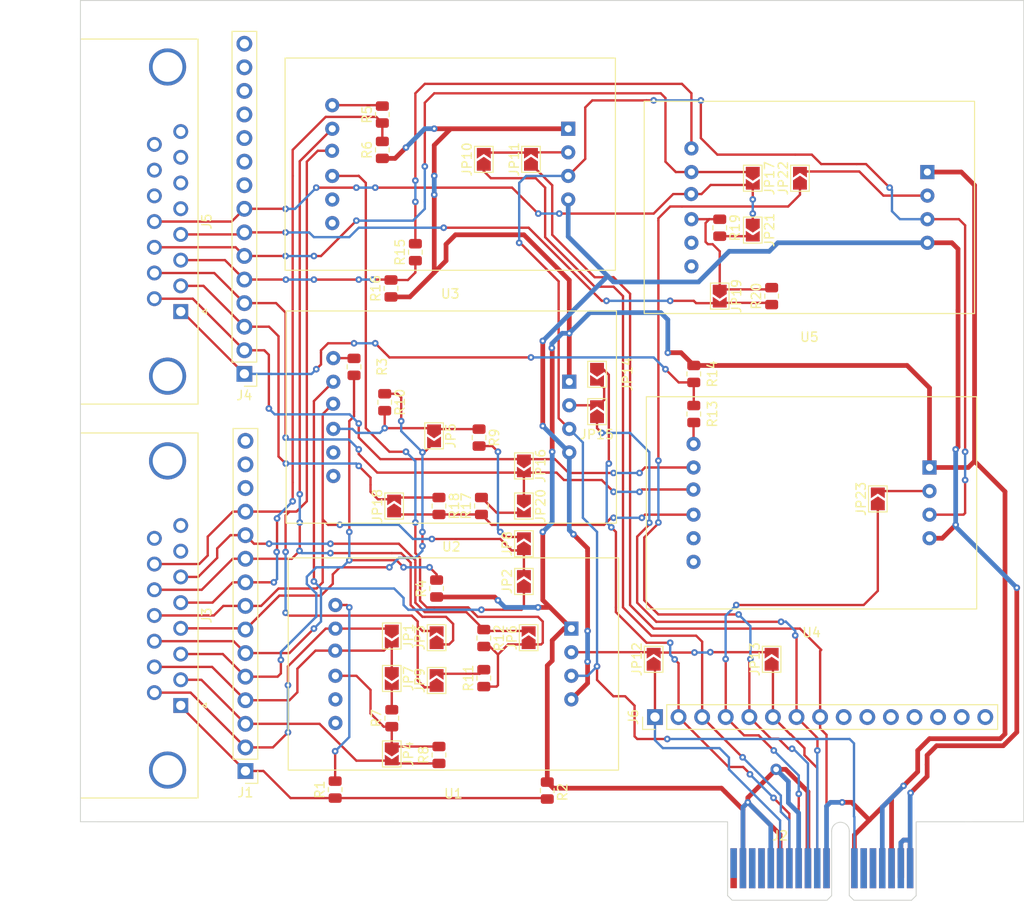
<source format=kicad_pcb>
(kicad_pcb (version 20211014) (generator pcbnew)
  (layers (0 "F.Cu" signal) (31 "B.Cu" signal) (34 "B.Paste" user) (35 "F.Paste" user) (36 "B.SilkS" user "B.Silkscreen") (37 "F.SilkS" user "F.Silkscreen") (38 "B.Mask" user) (39 "F.Mask" user) (44 "Edge.Cuts" user))
  (net 0 "")
  (net 1 "/PT1_E+")
  (net 2 "/PT1_E-")
  (net 3 "/PT1_A+")
  (net 4 "/PT1_A-")
  (net 5 "/PT2_E+")
  (net 6 "/PT2_E-")
  (net 7 "/PT2_A+")
  (net 8 "/PT2_A-")
  (net 9 "/PT3_E+")
  (net 10 "/PT3_E-")
  (net 11 "/PT3_A+")
  (net 12 "/PT3_A-")
  (net 17 "GND")
  (net 20 "/PCIe_1")
  (net 21 "/PCIe_3")
  (net 22 "/PCIe_5")
  (net 23 "/PCIe_7")
  (net 24 "/HX_CLK")
  (net 28 "+5V")
  (net 33 "/PCIe_2")
  (net 34 "/PCIe_4")
  (net 35 "/PCIe_6")
  (net 36 "/PCIe_8")
  (net 40 "+3.3V")
  (net 44 "/PT4_E+")
  (net 45 "/PT4_E-")
  (net 46 "/PT4_A+")
  (net 47 "/PT4_A-")
  (net 48 "/PT5_E+")
  (net 49 "/PT5_E-")
  (net 50 "/PT5_A+")
  (net 51 "/PT5_A-")
  (net 73 "Net-(JP4-Pad1)")
  (net 74 "Net-(JP5-Pad1)")
  (net 75 "Net-(JP6-Pad1)")
  (net 76 "Net-(JP7-Pad2)")
  (net 77 "Net-(JP8-Pad2)")
  (net 78 "Net-(JP9-Pad2)")
  (net 79 "/HX_DT_3")
  (net 80 "/HX_DT_1")
  (net 81 "/HX_DT_2")
  (net 82 "Net-(JP18-Pad1)")
  (net 83 "Net-(JP19-Pad1)")
  (net 84 "Net-(JP20-Pad2)")
  (net 85 "Net-(JP21-Pad2)")
  (net 86 "/HX_DT_5")
  (net 87 "/HX_DT_4")
  (net 88 "Net-(R1-Pad2)")
  (net 89 "Net-(R3-Pad2)")
  (net 90 "Net-(R5-Pad2)")
  (net 91 "Net-(R13-Pad2)")
  (net 92 "Net-(R15-Pad2)")
  (footprint "Jumper:SolderJumper-2_P1.3mm_Open_TrianglePad1.0x1.5mm" (layer "F.Cu") (at 166.394 74.287 -90)
    (fp_text reference "JP14")
    (fp_text value "Jumper_Pc")
  )
  (footprint "Connector_PinHeader_2.54mm:PinHeader_1x15_P2.54mm_Vertical" (layer "F.Cu") (at 172.629 111.208 90)
    (fp_text reference "J6")
    (fp_text value "PCIe_1")
  )
  (footprint "Jumper:SolderJumper-2_P1.3mm_Open_TrianglePad1.0x1.5mm" (layer "F.Cu") (at 188.238 53.168 90)
    (fp_text reference "JP22")
    (fp_text value "Jumper_Pc")
  )
  (footprint "Resistor_SMD:R_0805_2012Metric" (layer "F.Cu") (at 138.2 119.0225 90)
    (fp_text reference "R1")
    (fp_text value "820")
  )
  (footprint "Ellie:HX711_Breakout_Board" (layer "F.Cu") (at 189.484 89.408)
    (fp_text reference "U4")
    (fp_text value "HX711_Breakout")
  )
  (footprint "Resistor_SMD:R_0805_2012Metric" (layer "F.Cu") (at 179.602 58.502 -90)
    (fp_text reference "R19")
    (fp_text value "1k")
  )
  (footprint "Resistor_SMD:R_0805_2012Metric" (layer "F.Cu") (at 146.836 61.137608 90)
    (fp_text reference "R15")
    (fp_text value "820")
  )
  (footprint "Resistor_SMD:R_0805_2012Metric" (layer "F.Cu") (at 143.28 46.31 90)
    (fp_text reference "R5")
    (fp_text value "820")
  )
  (footprint "Ellie:HX711_Breakout_Board" (layer "F.Cu") (at 150.929 106.763)
    (fp_text reference "U1")
    (fp_text value "HX711_Breakout")
  )
  (footprint "Jumper:SolderJumper-2_P1.3mm_Open_TrianglePad1.0x1.5mm" (layer "F.Cu") (at 172.49 104.984 90)
    (fp_text reference "JP12")
    (fp_text value "Jumper_Pc")
  )
  (footprint "Jumper:SolderJumper-2_P1.3mm_Open_TrianglePad1.0x1.5mm" (layer "F.Cu") (at 144.55 88.474 90)
    (fp_text reference "JP18")
    (fp_text value "Jumper_4c")
  )
  (footprint "Jumper:SolderJumper-2_P1.3mm_Open_TrianglePad1.0x1.5mm" (layer "F.Cu") (at 158.52 92.538 90)
    (fp_text reference "JP8")
    (fp_text value "Jumper_3c")
  )
  (footprint "Jumper:SolderJumper-2_P1.3mm_Open_TrianglePad1.0x1.5mm" (layer "F.Cu") (at 158.52 88.474 -90)
    (fp_text reference "JP20")
    (fp_text value "Jumper_3c")
  )
  (footprint "Jumper:SolderJumper-2_P1.3mm_Open_TrianglePad1.0x1.5mm" (layer "F.Cu") (at 144.296 115.181 -90)
    (fp_text reference "JP4")
    (fp_text value "Jumper_4c")
  )
  (footprint "Connector_PinHeader_2.54mm:PinHeader_1x15_P2.54mm_Vertical" (layer "F.Cu") (at 128.544 117.018 180)
    (fp_text reference "J1")
    (fp_text value "Testpoints")
  )
  (footprint "Resistor_SMD:R_0805_2012Metric" (layer "F.Cu") (at 185.19 65.868 90)
    (fp_text reference "R20")
    (fp_text value "10k")
  )
  (footprint "Resistor_SMD:R_0805_2012Metric" (layer "F.Cu") (at 161.036 119.126 -90)
    (fp_text reference "R2")
    (fp_text value "470")
  )
  (footprint "Jumper:SolderJumper-2_P1.3mm_Open_TrianglePad1.0x1.5mm" (layer "F.Cu") (at 183.158 58.756 -90)
    (fp_text reference "JP21")
    (fp_text value "Jumper_3c")
  )
  (footprint "Jumper:SolderJumper-2_P1.3mm_Open_TrianglePad1.0x1.5mm" (layer "F.Cu") (at 185.19 104.984 90)
    (fp_text reference "JP13")
    (fp_text value "Jumper_Lc")
  )
  (footprint "Ellie:HX711_Breakout_Board" (layer "F.Cu") (at 150.704 80.168)
    (fp_text reference "U2")
    (fp_text value "HX711_Breakout")
  )
  (footprint "Resistor_SMD:R_0805_2012Metric" (layer "F.Cu") (at 144.211623 65.042933 90)
    (fp_text reference "R16")
    (fp_text value "470")
  )
  (footprint "Resistor_SMD:R_0805_2012Metric" (layer "F.Cu") (at 153.694 81.108 -90)
    (fp_text reference "R9")
    (fp_text value "1k")
  )
  (footprint "Jumper:SolderJumper-2_P1.3mm_Open_TrianglePad1.0x1.5mm" (layer "F.Cu") (at 149.122 107.27 90)
    (fp_text reference "JP9")
    (fp_text value "Jumper_3c")
  )
  (footprint "Jumper:SolderJumper-2_P1.3mm_Open_TrianglePad1.0x1.5mm" (layer "F.Cu") (at 149.122 102.661 90)
    (fp_text reference "JP3")
    (fp_text value "Jumper_3c")
  )
  (footprint "Connector_PCBEdge:BUS_PCIexpress_x1" (layer "F.Cu") (at 181.099 127.493)
    (fp_text reference "J2")
    (fp_text value "PCIE-LP-01-01-F-DV-A-TR")
    (fp_line (start 10.55 2.95) (end 10.05 3.45) (layer "Edge.Cuts") (width 0.1))
    (fp_line (start 12.45 -4) (end 12.45 2.95) (layer "Edge.Cuts") (width 0.1))
    (fp_line (start 19.65 -4.95) (end 19.65 2.95) (layer "Edge.Cuts") (width 0.1))
    (fp_line (start 19.65 2.95) (end 19.15 3.45) (layer "Edge.Cuts") (width 0.1))
    (fp_line (start -0.65 -4.95) (end -0.65 2.95) (layer "Edge.Cuts") (width 0.1))
    (fp_line (start 12.95 3.45) (end 19.15 3.45) (layer "Edge.Cuts") (width 0.1))
    (fp_line (start 10.55 -4) (end 10.55 2.95) (layer "Edge.Cuts") (width 0.1))
    (fp_line (start 12.45 2.95) (end 12.95 3.45) (layer "Edge.Cuts") (width 0.1))
    (fp_line (start -0.15 3.45) (end 10.05 3.45) (layer "Edge.Cuts") (width 0.1))
    (fp_line (start -0.65 2.95) (end -0.15 3.45) (layer "Edge.Cuts") (width 0.1))
    (fp_arc (start 10.55 -4) (mid 11.5 -4.95) (end 12.45 -4) (layer "Edge.Cuts") (width 0.1))
  )
  (footprint "Resistor_SMD:R_0805_2012Metric" (layer "F.Cu") (at 143.28 50.12 90)
    (fp_text reference "R6")
    (fp_text value "470")
  )
  (footprint "Jumper:SolderJumper-2_P1.3mm_Open_TrianglePad1.0x1.5mm" (layer "F.Cu") (at 159.028 102.661 90)
    (fp_text reference "JP6")
    (fp_text value "Jumper_4c")
  )
  (footprint "Resistor_SMD:R_0805_2012Metric" (layer "F.Cu") (at 140.232 73.488 90)
    (fp_text reference "R3")
    (fp_text value "820")
  )
  (footprint "DSUB_622-015-260-042:DSUB_622-015-260-042" (layer "F.Cu") (at 121.579 67.533 -90)
    (fp_text reference "J5")
    (fp_text value "DB15_Female")
  )
  (footprint "Connector_PinHeader_2.54mm:PinHeader_1x15_P2.54mm_Vertical" (layer "F.Cu") (at 128.429 74.243 180)
    (fp_text reference "J4")
    (fp_text value "Testpoints")
  )
  (footprint "Jumper:SolderJumper-2_P1.3mm_Open_TrianglePad1.0x1.5mm" (layer "F.Cu") (at 158.52 96.602 90)
    (fp_text reference "JP2")
    (fp_text value "Jumper_3c")
  )
  (footprint "Ellie:HX711_Breakout_Board" (layer "F.Cu") (at 189.254 57.583)
    (fp_text reference "U5")
    (fp_text value "HX711_Breakout")
  )
  (footprint "Jumper:SolderJumper-2_P1.3mm_Open_TrianglePad1.0x1.5mm" (layer "F.Cu") (at 154.202 51.136 90)
    (fp_text reference "JP10")
    (fp_text value "Jumper_Pc")
  )
  (footprint "Jumper:SolderJumper-2_P1.3mm_Open_TrianglePad1.0x1.5mm" (layer "F.Cu") (at 158.52 84.156 -90)
    (fp_text reference "JP16")
    (fp_text value "Jumper_3c")
  )
  (footprint "Jumper:SolderJumper-2_P1.3mm_Open_TrianglePad1.0x1.5mm" (layer "F.Cu") (at 148.849448 80.917221 -90)
    (fp_text reference "JP5")
    (fp_text value "Jumper_4c")
  )
  (footprint "Resistor_SMD:R_0805_2012Metric" (layer "F.Cu") (at 149.376 88.474 -90)
    (fp_text reference "R18")
    (fp_text value "10k")
  )
  (footprint "Ellie:HX711_Breakout_Board" (layer "F.Cu") (at 150.589 52.923)
    (fp_text reference "U3")
    (fp_text value "HX711_Breakout")
  )
  (footprint "DSUB_622-015-260-042:DSUB_622-015-260-042" (layer "F.Cu") (at 121.579 109.963 -90)
    (fp_text reference "J3")
    (fp_text value "DB15_Female")
  )
  (footprint "Resistor_SMD:R_0805_2012Metric" (layer "F.Cu") (at 153.948 88.474 90)
    (fp_text reference "R17")
    (fp_text value "1k")
  )
  (footprint "Jumper:SolderJumper-2_P1.3mm_Open_TrianglePad1.0x1.5mm" (layer "F.Cu") (at 144.296 102.481 -90)
    (fp_text reference "JP1")
    (fp_text value "Jumper_3c")
  )
  (footprint "Resistor_SMD:R_0805_2012Metric" (layer "F.Cu") (at 143.534 77.298 -90)
    (fp_text reference "R10")
    (fp_text value "10k")
  )
  (footprint "Resistor_SMD:R_0805_2012Metric" (layer "F.Cu") (at 176.808 74.25 -90)
    (fp_text reference "R14")
    (fp_text value "470")
  )
  (footprint "Jumper:SolderJumper-2_P1.3mm_Open_TrianglePad1.0x1.5mm" (layer "F.Cu") (at 179.602 65.868 -90)
    (fp_text reference "JP19")
    (fp_text value "Jumper_4c")
  )
  (footprint "Resistor_SMD:R_0805_2012Metric" (layer "F.Cu") (at 154.202 102.698 -90)
    (fp_text reference "R12")
    (fp_text value "10k")
  )
  (footprint "Resistor_SMD:R_0805_2012Metric" (layer "F.Cu") (at 149.122 97.364 90)
    (fp_text reference "R4")
    (fp_text value "470")
  )
  (footprint "Resistor_SMD:R_0805_2012Metric" (layer "F.Cu") (at 149.376 115.2945 90)
    (fp_text reference "R8")
    (fp_text value "10k")
  )
  (footprint "Jumper:SolderJumper-2_P1.3mm_Open_TrianglePad1.0x1.5mm" (layer "F.Cu") (at 159.282 51.136 90)
    (fp_text reference "JP11")
    (fp_text value "Jumper_Lc")
  )
  (footprint "Jumper:SolderJumper-2_P1.3mm_Open_TrianglePad1.0x1.5mm" (layer "F.Cu") (at 196.62 87.712 90)
    (fp_text reference "JP23")
    (fp_text value "Jumper_Pc")
  )
  (footprint "Resistor_SMD:R_0805_2012Metric" (layer "F.Cu") (at 154.202 107.016 90)
    (fp_text reference "R11")
    (fp_text value "1k")
  )
  (footprint "Jumper:SolderJumper-2_P1.3mm_Open_TrianglePad1.0x1.5mm" (layer "F.Cu") (at 166.394 78.314 90)
    (fp_text reference "JP15")
    (fp_text value "Jumper_Lc")
  )
  (footprint "Resistor_SMD:R_0805_2012Metric" (layer "F.Cu") (at 176.808 78.568 -90)
    (fp_text reference "R13")
    (fp_text value "820")
  )
  (footprint "Jumper:SolderJumper-2_P1.3mm_Open_TrianglePad1.0x1.5mm" (layer "F.Cu") (at 144.296 107.053 -90)
    (fp_text reference "JP7")
    (fp_text value "Jumper_3c")
  )
  (footprint "Jumper:SolderJumper-2_P1.3mm_Open_TrianglePad1.0x1.5mm" (layer "F.Cu") (at 183.158 53.168 -90)
    (fp_text reference "JP17")
    (fp_text value "Jumper_3c")
  )
  (footprint "Resistor_SMD:R_0805_2012Metric" (layer "F.Cu") (at 144.296 111.334 90)
    (fp_text reference "R7")
    (fp_text value "1k")
  )
  (gr_line (start 110.779 34.023) (end 212.329 34.023) (layer "Edge.Cuts") (width 0.1))
  (gr_line (start 212.329 34.023) (end 212.329 122.483) (layer "Edge.Cuts") (width 0.1))
  (gr_line (start 180.45 122.49) (end 110.779 122.483) (layer "Edge.Cuts") (width 0.1))
  (gr_line (start 110.779 34.023) (end 110.779 122.483) (layer "Edge.Cuts") (width 0.1))
  (gr_line (start 212.329 122.483) (end 200.75 122.49) (layer "Edge.Cuts") (width 0.1))
  (segment (start 160.9325 119.935) (end 161.036 120.0385) (width 0.254) (layer "F.Cu") (net 1))
  (segment (start 121.579 109.963) (end 121.579 110.053) (width 0.254) (layer "F.Cu") (net 1))
  (segment (start 133.397 119.935) (end 138.2 119.935) (width 0.254) (layer "F.Cu") (net 1))
  (segment (start 130.48 117.018) (end 133.397 119.935) (width 0.254) (layer "F.Cu") (net 1))
  (segment (start 121.579 110.053) (end 128.544 117.018) (width 0.254) (layer "F.Cu") (net 1))
  (segment (start 128.544 117.018) (end 130.48 117.018) (width 0.254) (layer "F.Cu") (net 1))
  (segment (start 138.2 119.935) (end 160.9325 119.935) (width 0.254) (layer "F.Cu") (net 1))
  (segment (start 133.628 105.238) (end 133.12 105.746) (width 0.254) (layer "F.Cu") (net 2))
  (segment (start 138.229 101.683) (end 137.183 101.683) (width 0.254) (layer "F.Cu") (net 2))
  (segment (start 118.739 108.578) (end 122.644 108.578) (width 0.254) (layer "F.Cu") (net 2))
  (segment (start 131.5 114.478) (end 128.544 114.478) (width 0.254) (layer "F.Cu") (net 2))
  (segment (start 144.223 101.683) (end 138.229 101.683) (width 0.254) (layer "F.Cu") (net 2))
  (segment (start 137.183 101.683) (end 133.628 105.238) (width 0.254) (layer "F.Cu") (net 2))
  (segment (start 122.644 108.578) (end 128.544 114.478) (width 0.254) (layer "F.Cu") (net 2))
  (segment (start 133.12 112.858) (end 131.5 114.478) (width 0.254) (layer "F.Cu") (net 2))
  (segment (start 144.296 101.756) (end 144.223 101.683) (width 0.254) (layer "F.Cu") (net 2))
  (segment (start 133.12 105.746) (end 133.12 107.778) (width 0.254) (layer "F.Cu") (net 2))
  (via (at 133.12 107.778) (size 0.7112) (drill 0.3048) (layers "F.Cu" "B.Cu") (net 2))
  (via (at 133.12 112.858) (size 0.7112) (drill 0.3048) (layers "F.Cu" "B.Cu") (net 2))
  (segment (start 133.12 107.778) (end 133.12 112.858) (width 0.254) (layer "B.Cu") (net 2))
  (segment (start 123.799 107.193) (end 128.544 111.938) (width 0.254) (layer "F.Cu") (net 3))
  (segment (start 144.597 116.207) (end 144.296 115.906) (width 0.254) (layer "F.Cu") (net 3))
  (segment (start 128.544 111.938) (end 136.518 111.938) (width 0.254) (layer "F.Cu") (net 3))
  (segment (start 121.579 107.193) (end 123.799 107.193) (width 0.254) (layer "F.Cu") (net 3))
  (segment (start 136.518 111.938) (end 140.486 115.906) (width 0.254) (layer "F.Cu") (net 3))
  (segment (start 149.376 116.207) (end 144.597 116.207) (width 0.254) (layer "F.Cu") (net 3))
  (segment (start 140.486 115.906) (end 144.296 115.906) (width 0.254) (layer "F.Cu") (net 3))
  (segment (start 144.296 103.206) (end 144.296 106.328) (width 0.254) (layer "F.Cu") (net 4))
  (segment (start 144.296 103.206) (end 143.449854 104.052146) (width 0.254) (layer "F.Cu") (net 4))
  (segment (start 136.083854 104.052146) (end 138.207895 104.052146) (width 0.254) (layer "F.Cu") (net 4))
  (segment (start 128.544 109.398) (end 133.278 109.398) (width 0.254) (layer "F.Cu") (net 4))
  (segment (start 134.136 108.54) (end 134.136 106) (width 0.254) (layer "F.Cu") (net 4))
  (segment (start 124.954 105.808) (end 128.544 109.398) (width 0.254) (layer "F.Cu") (net 4))
  (segment (start 134.136 106) (end 136.083854 104.052146) (width 0.254) (layer "F.Cu") (net 4))
  (segment (start 133.278 109.398) (end 134.136 108.54) (width 0.254) (layer "F.Cu") (net 4))
  (segment (start 143.449854 104.052146) (end 138.207895 104.052146) (width 0.254) (layer "F.Cu") (net 4))
  (segment (start 118.739 105.808) (end 124.954 105.808) (width 0.254) (layer "F.Cu") (net 4))
  (segment (start 139.724 79.33) (end 139.724 91.268) (width 0.254) (layer "F.Cu") (net 5))
  (segment (start 139.978 79.076) (end 139.724 79.33) (width 0.254) (layer "F.Cu") (net 5))
  (segment (start 140.232 74.4005) (end 140.232 78.314) (width 0.254) (layer "F.Cu") (net 5))
  (segment (start 132.358 106.508) (end 132.008 106.858) (width 0.254) (layer "F.Cu") (net 5))
  (segment (start 132.008 106.858) (end 128.544 106.858) (width 0.254) (layer "F.Cu") (net 5))
  (segment (start 149.122 95.84) (end 148.36 95.078) (width 0.254) (layer "F.Cu") (net 5))
  (segment (start 140.232 78.822) (end 139.978 79.076) (width 0.254) (layer "F.Cu") (net 5))
  (segment (start 145.566 95.078) (end 144.804 94.316) (width 0.254) (layer "F.Cu") (net 5))
  (segment (start 126.109 104.423) (end 128.544 106.858) (width 0.254) (layer "F.Cu") (net 5))
  (segment (start 144.804 94.316) (end 139.724 94.316) (width 0.254) (layer "F.Cu") (net 5))
  (segment (start 140.232 78.314) (end 140.232 78.822) (width 0.254) (layer "F.Cu") (net 5))
  (segment (start 149.122 96.4515) (end 149.122 95.84) (width 0.254) (layer "F.Cu") (net 5))
  (segment (start 132.358 105.0501) (end 132.358 106.508) (width 0.254) (layer "F.Cu") (net 5))
  (segment (start 121.579 104.423) (end 126.109 104.423) (width 0.254) (layer "F.Cu") (net 5))
  (via (at 148.36 95.078) (size 0.7112) (drill 0.3048) (layers "F.Cu" "B.Cu") (net 5))
  (via (at 145.566 95.078) (size 0.7112) (drill 0.3048) (layers "F.Cu" "B.Cu") (net 5))
  (via (at 132.358 105.0501) (size 0.7112) (drill 0.3048) (layers "F.Cu" "B.Cu") (net 5))
  (via (at 139.724 91.268) (size 0.7112) (drill 0.3048) (layers "F.Cu" "B.Cu") (net 5))
  (via (at 139.724 94.316) (size 0.7112) (drill 0.3048) (layers "F.Cu" "B.Cu") (net 5))
  (segment (start 135.395973 101.163974) (end 132.358 104.201947) (width 0.254) (layer "B.Cu") (net 5))
  (segment (start 136.147947 100.412) (end 135.395973 101.163974) (width 0.254) (layer "B.Cu") (net 5))
  (segment (start 137.438 95.078) (end 136.168 95.078) (width 0.254) (layer "B.Cu") (net 5))
  (segment (start 136.147947 97.872) (end 136.168 97.872) (width 0.254) (layer "B.Cu") (net 5))
  (segment (start 136.168 95.078) (end 135.406 95.84) (width 0.254) (layer "B.Cu") (net 5))
  (segment (start 132.358 104.201947) (end 132.358 105.0501) (width 0.254) (layer "B.Cu") (net 5))
  (segment (start 135.152 96.876053) (end 136.147947 97.872) (width 0.254) (layer "B.Cu") (net 5))
  (segment (start 135.406 95.84) (end 135.152 96.094) (width 0.254) (layer "B.Cu") (net 5))
  (segment (start 136.168 97.872) (end 136.168 100.412) (width 0.254) (layer "B.Cu") (net 5))
  (segment (start 138.962 95.078) (end 137.438 95.078) (width 0.254) (layer "B.Cu") (net 5))
  (segment (start 135.152 96.856) (end 135.152 96.876053) (width 0.254) (layer "B.Cu") (net 5))
  (segment (start 135.152 96.094) (end 135.152 96.856) (width 0.254) (layer "B.Cu") (net 5))
  (segment (start 148.36 95.078) (end 145.566 95.078) (width 0.254) (layer "B.Cu") (net 5))
  (segment (start 139.724 91.268) (end 139.724 94.316) (width 0.254) (layer "B.Cu") (net 5))
  (segment (start 139.47 94.57) (end 138.962 95.078) (width 0.254) (layer "B.Cu") (net 5))
  (segment (start 136.168 100.412) (end 136.147947 100.412) (width 0.254) (layer "B.Cu") (net 5))
  (segment (start 139.724 94.316) (end 139.47 94.57) (width 0.254) (layer "B.Cu") (net 5))
  (segment (start 135.914 77.178) (end 135.914 96.602) (width 0.254) (layer "F.Cu") (net 6))
  (segment (start 158.266 99.65) (end 153.948 99.65) (width 0.254) (layer "F.Cu") (net 6))
  (segment (start 127.264 103.038) (end 128.544 104.318) (width 0.254) (layer "F.Cu") (net 6))
  (segment (start 135.914 101.682) (end 133.278 104.318) (width 0.254) (layer "F.Cu") (net 6))
  (segment (start 133.278 104.318) (end 128.544 104.318) (width 0.254) (layer "F.Cu") (net 6))
  (segment (start 138.004 75.088) (end 135.914 77.178) (width 0.254) (layer "F.Cu") (net 6))
  (segment (start 158.52 97.327) (end 158.52 99.396) (width 0.254) (layer "F.Cu") (net 6))
  (segment (start 158.52 99.396) (end 158.266 99.65) (width 0.254) (layer "F.Cu") (net 6))
  (segment (start 118.739 103.038) (end 127.264 103.038) (width 0.254) (layer "F.Cu") (net 6))
  (via (at 135.914 96.602) (size 0.7112) (drill 0.3048) (layers "F.Cu" "B.Cu") (net 6))
  (via (at 153.948 99.65) (size 0.7112) (drill 0.3048) (layers "F.Cu" "B.Cu") (net 6))
  (via (at 135.914 101.682) (size 0.7112) (drill 0.3048) (layers "F.Cu" "B.Cu") (net 6))
  (segment (start 145.566 98.38) (end 144.55 97.364) (width 0.254) (layer "B.Cu") (net 6))
  (segment (start 135.914 96.602) (end 136.676 97.364) (width 0.254) (layer "B.Cu") (net 6))
  (segment (start 136.676 97.364) (end 136.676 100.92) (width 0.254) (layer "B.Cu") (net 6))
  (segment (start 136.676 100.92) (end 135.914 101.682) (width 0.254) (layer "B.Cu") (net 6))
  (segment (start 153.948 99.65) (end 146.074 99.65) (width 0.254) (layer "B.Cu") (net 6))
  (segment (start 145.566 99.142) (end 145.566 98.38) (width 0.254) (layer "B.Cu") (net 6))
  (segment (start 144.55 97.364) (end 136.676 97.364) (width 0.254) (layer "B.Cu") (net 6))
  (segment (start 146.074 99.65) (end 145.566 99.142) (width 0.254) (layer "B.Cu") (net 6))
  (segment (start 132.196 98.126) (end 132.866 98.126) (width 0.254) (layer "F.Cu") (net 7))
  (segment (start 138.708 95.078) (end 144.042 95.078) (width 0.254) (layer "F.Cu") (net 7))
  (segment (start 132.866 98.126) (end 136.676 98.126) (width 0.254) (layer "F.Cu") (net 7))
  (segment (start 147.598 92.792) (end 147.598 91.268) (width 0.254) (layer "F.Cu") (net 7))
  (segment (start 147.796769 82.6949) (end 148.849448 81.642221) (width 0.254) (layer "F.Cu") (net 7))
  (segment (start 147.598 82.6949) (end 147.796769 82.6949) (width 0.254) (layer "F.Cu") (net 7))
  (segment (start 128.544 101.778) (end 132.196 98.126) (width 0.254) (layer "F.Cu") (net 7))
  (segment (start 121.579 101.653) (end 128.419 101.653) (width 0.254) (layer "F.Cu") (net 7))
  (segment (start 137.692 97.11) (end 137.946 96.856) (width 0.254) (layer "F.Cu") (net 7))
  (segment (start 136.676 98.126) (end 137.692 97.11) (width 0.254) (layer "F.Cu") (net 7))
  (segment (start 143.534 76.3855) (end 144.9075 76.3855) (width 0.254) (layer "F.Cu") (net 7))
  (segment (start 137.946 96.856) (end 137.946 95.84) (width 0.254) (layer "F.Cu") (net 7))
  (segment (start 137.946 95.84) (end 138.708 95.078) (width 0.254) (layer "F.Cu") (net 7))
  (segment (start 145.312 76.79) (end 145.312 79.33) (width 0.254) (layer "F.Cu") (net 7))
  (segment (start 128.419 101.653) (end 128.544 101.778) (width 0.254) (layer "F.Cu") (net 7))
  (segment (start 144.9075 76.3855) (end 145.312 76.79) (width 0.254) (layer "F.Cu") (net 7))
  (via (at 147.598 82.6949) (size 0.7112) (drill 0.3048) (layers "F.Cu" "B.Cu") (net 7))
  (via (at 144.042 95.078) (size 0.7112) (drill 0.3048) (layers "F.Cu" "B.Cu") (net 7))
  (via (at 147.598 91.268) (size 0.7112) (drill 0.3048) (layers "F.Cu" "B.Cu") (net 7))
  (via (at 145.312 79.33) (size 0.7112) (drill 0.3048) (layers "F.Cu" "B.Cu") (net 7))
  (via (at 147.598 92.792) (size 0.7112) (drill 0.3048) (layers "F.Cu" "B.Cu") (net 7))
  (segment (start 146.836 94.062) (end 147.598 93.3) (width 0.254) (layer "B.Cu") (net 7))
  (segment (start 147.598 93.3) (end 147.598 92.792) (width 0.254) (layer "B.Cu") (net 7))
  (segment (start 145.058 94.062) (end 146.836 94.062) (width 0.254) (layer "B.Cu") (net 7))
  (segment (start 145.312 79.33) (end 145.312 80.4089) (width 0.254) (layer "B.Cu") (net 7))
  (segment (start 144.042 95.078) (end 145.058 94.062) (width 0.254) (layer "B.Cu") (net 7))
  (segment (start 147.598 91.268) (end 147.598 82.6949) (width 0.254) (layer "B.Cu") (net 7))
  (segment (start 145.312 80.4089) (end 147.598 82.6949) (width 0.254) (layer "B.Cu") (net 7))
  (segment (start 137.982895 77.457146) (end 136.861 78.579041) (width 0.254) (layer "F.Cu") (net 8))
  (segment (start 118.739 100.268) (end 125.136 100.268) (width 0.254) (layer "F.Cu") (net 8))
  (segment (start 136.861 89.929) (end 136.861 96.69671) (width 0.254) (layer "F.Cu") (net 8))
  (segment (start 158.52 95.877) (end 158.52 93.263) (width 0.254) (layer "F.Cu") (net 8))
  (segment (start 158.52 93.263) (end 157.213 93.263) (width 0.254) (layer "F.Cu") (net 8))
  (segment (start 156.488 92.538) (end 155.98 92.03) (width 0.254) (layer "F.Cu") (net 8))
  (segment (start 137.438 90.506) (end 136.861 89.929) (width 0.254) (layer "F.Cu") (net 8))
  (segment (start 125.136 100.268) (end 126.166 99.238) (width 0.254) (layer "F.Cu") (net 8))
  (segment (start 126.166 99.238) (end 128.544 99.238) (width 0.254) (layer "F.Cu") (net 8))
  (segment (start 132.104 97.364) (end 130.23 99.238) (width 0.254) (layer "F.Cu") (net 8))
  (segment (start 136.19371 97.364) (end 132.104 97.364) (width 0.254) (layer "F.Cu") (net 8))
  (segment (start 157.213 93.263) (end 156.488 92.538) (width 0.254) (layer "F.Cu") (net 8))
  (segment (start 136.861 78.579041) (end 136.861 89.929) (width 0.254) (layer "F.Cu") (net 8))
  (segment (start 130.23 99.238) (end 128.544 99.238) (width 0.254) (layer "F.Cu") (net 8))
  (segment (start 138.708 90.506) (end 137.438 90.506) (width 0.254) (layer "F.Cu") (net 8))
  (segment (start 136.861 96.69671) (end 136.19371 97.364) (width 0.254) (layer "F.Cu") (net 8))
  (segment (start 155.98 92.03) (end 148.614 92.03) (width 0.254) (layer "F.Cu") (net 8))
  (via (at 138.708 90.506) (size 0.7112) (drill 0.3048) (layers "F.Cu" "B.Cu") (net 8))
  (via (at 148.614 92.03) (size 0.7112) (drill 0.3048) (layers "F.Cu" "B.Cu") (net 8))
  (segment (start 148.614 92.03) (end 146.582 92.03) (width 0.254) (layer "B.Cu") (net 8))
  (segment (start 145.058 90.506) (end 138.708 90.506) (width 0.254) (layer "B.Cu") (net 8))
  (segment (start 145.82 91.268) (end 145.058 90.506) (width 0.254) (layer "B.Cu") (net 8))
  (segment (start 146.582 92.03) (end 145.82 91.268) (width 0.254) (layer "B.Cu") (net 8))
  (segment (start 131.596 96.698) (end 128.544 96.698) (width 0.254) (layer "F.Cu") (net 9))
  (segment (start 142.6215 46.564) (end 137.184 46.564) (width 0.254) (layer "F.Cu") (net 9))
  (segment (start 124.997 98.883) (end 127.182 96.698) (width 0.254) (layer "F.Cu") (net 9))
  (segment (start 127.182 96.698) (end 128.544 96.698) (width 0.254) (layer "F.Cu") (net 9))
  (segment (start 131.946 93.381206) (end 131.901306 93.4259) (width 0.254) (layer "F.Cu") (net 9))
  (segment (start 133.628 52.914) (end 133.628 85.934) (width 0.254) (layer "F.Cu") (net 9))
  (segment (start 121.579 98.883) (end 124.997 98.883) (width 0.254) (layer "F.Cu") (net 9))
  (segment (start 133.628 85.934) (end 133.628 87.966) (width 0.254) (layer "F.Cu") (net 9))
  (segment (start 143.28 47.2225) (end 142.6215 46.564) (width 0.254) (layer "F.Cu") (net 9))
  (segment (start 131.946 89.8141) (end 131.946 93.381206) (width 0.254) (layer "F.Cu") (net 9))
  (segment (start 143.28 47.2225) (end 143.28 49.2075) (width 0.254) (layer "F.Cu") (net 9))
  (segment (start 133.628 50.12) (end 133.628 52.914) (width 0.254) (layer "F.Cu") (net 9))
  (segment (start 137.184 46.564) (end 133.628 50.12) (width 0.254) (layer "F.Cu") (net 9))
  (via (at 131.596 96.698) (size 0.7112) (drill 0.3048) (layers "F.Cu" "B.Cu") (net 9))
  (via (at 131.901306 93.4259) (size 0.7112) (drill 0.3048) (layers "F.Cu" "B.Cu") (net 9))
  (via (at 131.946 89.8141) (size 0.7112) (drill 0.3048) (layers "F.Cu" "B.Cu") (net 9))
  (via (at 133.628 87.966) (size 0.7112) (drill 0.3048) (layers "F.Cu" "B.Cu") (net 9))
  (segment (start 131.901306 93.4259) (end 131.946 93.470594) (width 0.254) (layer "B.Cu") (net 9))
  (segment (start 131.596 96.698) (end 131.946 96.348) (width 0.254) (layer "B.Cu") (net 9))
  (segment (start 131.946 89.648) (end 131.946 89.8141) (width 0.254) (layer "B.Cu") (net 9))
  (segment (start 133.628 87.966) (end 131.946 89.648) (width 0.254) (layer "B.Cu") (net 9))
  (segment (start 131.946 93.470594) (end 131.946 96.348) (width 0.254) (layer "B.Cu") (net 9))
  (segment (start 146.328 94.57) (end 145.312 93.554) (width 0.254) (layer "F.Cu") (net 10))
  (segment (start 134.39 90.252) (end 134.39 93.3) (width 0.254) (layer "F.Cu") (net 10))
  (segment (start 118.739 97.498) (end 123.842 97.498) (width 0.254) (layer "F.Cu") (net 10))
  (segment (start 147.598 100.412) (end 147.09 99.904) (width 0.254) (layer "F.Cu") (net 10))
  (segment (start 150.9 102.952) (end 150.9 101.174) (width 0.254) (layer "F.Cu") (net 10))
  (segment (start 150.138 100.412) (end 147.852 100.412) (width 0.254) (layer "F.Cu") (net 10))
  (segment (start 147.852 100.412) (end 147.598 100.412) (width 0.254) (layer "F.Cu") (net 10))
  (segment (start 146.328 99.142) (end 146.328 94.57) (width 0.254) (layer "F.Cu") (net 10))
  (segment (start 150.466 103.386) (end 150.9 102.952) (width 0.254) (layer "F.Cu") (net 10))
  (segment (start 145.312 93.554) (end 144.296 93.554) (width 0.254) (layer "F.Cu") (net 10))
  (segment (start 147.09 99.904) (end 146.328 99.142) (width 0.254) (layer "F.Cu") (net 10))
  (segment (start 150.392 100.666) (end 150.138 100.412) (width 0.254) (layer "F.Cu") (net 10))
  (segment (start 149.122 103.386) (end 150.466 103.386) (width 0.254) (layer "F.Cu") (net 10))
  (segment (start 123.842 97.498) (end 127.182 94.158) (width 0.254) (layer "F.Cu") (net 10))
  (segment (start 133.532 94.158) (end 128.544 94.158) (width 0.254) (layer "F.Cu") (net 10))
  (segment (start 134.39 93.3) (end 133.532 94.158) (width 0.254) (layer "F.Cu") (net 10))
  (segment (start 134.39 51.342) (end 134.39 51.39) (width 0.254) (layer "F.Cu") (net 10))
  (segment (start 150.9 101.174) (end 150.392 100.666) (width 0.254) (layer "F.Cu") (net 10))
  (segment (start 127.182 94.158) (end 128.544 94.158) (width 0.254) (layer "F.Cu") (net 10))
  (segment (start 134.39 51.39) (end 134.39 87.204) (width 0.254) (layer "F.Cu") (net 10))
  (segment (start 144.296 93.554) (end 137.692 93.554) (width 0.254) (layer "F.Cu") (net 10))
  (segment (start 137.889 47.843) (end 134.39 51.342) (width 0.254) (layer "F.Cu") (net 10))
  (via (at 134.39 90.252) (size 0.7112) (drill 0.3048) (layers "F.Cu" "B.Cu") (net 10))
  (via (at 137.692 93.554) (size 0.7112) (drill 0.3048) (layers "F.Cu" "B.Cu") (net 10))
  (via (at 134.39 87.204) (size 0.7112) (drill 0.3048) (layers "F.Cu" "B.Cu") (net 10))
  (via (at 134.3641 93.3) (size 0.7112) (drill 0.3048) (layers "F.Cu" "B.Cu") (net 10))
  (segment (start 134.6181 93.554) (end 134.3641 93.3) (width 0.254) (layer "B.Cu") (net 10))
  (segment (start 134.39 87.204) (end 134.39 90.252) (width 0.254) (layer "B.Cu") (net 10))
  (segment (start 137.692 93.554) (end 134.6181 93.554) (width 0.254) (layer "B.Cu") (net 10))
  (segment (start 145.312 92.792) (end 145.058 92.538) (width 0.254) (layer "F.Cu") (net 11))
  (segment (start 152.3205 99.904) (end 147.852 99.904) (width 0.254) (layer "F.Cu") (net 11))
  (segment (start 145.058 92.538) (end 137.692 92.538) (width 0.254) (layer "F.Cu") (net 11))
  (segment (start 154.202 101.7855) (end 152.3205 99.904) (width 0.254) (layer "F.Cu") (net 11))
  (segment (start 146.836 94.57) (end 146.836 94.316) (width 0.254) (layer "F.Cu") (net 11))
  (segment (start 131.088 92.538) (end 129.464 92.538) (width 0.254) (layer "F.Cu") (net 11))
  (segment (start 126.928 91.618) (end 128.544 91.618) (width 0.254) (layer "F.Cu") (net 11))
  (segment (start 146.836 94.316) (end 145.312 92.792) (width 0.254) (layer "F.Cu") (net 11))
  (segment (start 147.852 99.904) (end 146.836 98.888) (width 0.254) (layer "F.Cu") (net 11))
  (segment (start 129.464 92.538) (end 128.544 91.618) (width 0.254) (layer "F.Cu") (net 11))
  (segment (start 154.3525 101.936) (end 154.202 101.7855) (width 0.254) (layer "F.Cu") (net 11))
  (segment (start 121.579 96.113) (end 123.449 96.113) (width 0.254) (layer "F.Cu") (net 11))
  (segment (start 123.449 96.113) (end 125.5 94.062) (width 0.254) (layer "F.Cu") (net 11))
  (segment (start 125.5 93.046) (end 126.928 91.618) (width 0.254) (layer "F.Cu") (net 11))
  (segment (start 125.5 94.062) (end 125.5 93.046) (width 0.254) (layer "F.Cu") (net 11))
  (segment (start 159.028 101.936) (end 154.3525 101.936) (width 0.254) (layer "F.Cu") (net 11))
  (segment (start 146.836 98.888) (end 146.836 94.57) (width 0.254) (layer "F.Cu") (net 11))
  (via (at 137.692 92.538) (size 0.7112) (drill 0.3048) (layers "F.Cu" "B.Cu") (net 11))
  (via (at 131.088 92.538) (size 0.7112) (drill 0.3048) (layers "F.Cu" "B.Cu") (net 11))
  (segment (start 137.692 92.538) (end 131.088 92.538) (width 0.254) (layer "B.Cu") (net 11))
  (segment (start 147.09 107.27) (end 147.09 102.698) (width 0.254) (layer "F.Cu") (net 12))
  (segment (start 134.04 89.078) (end 133.278 89.078) (width 0.254) (layer "F.Cu") (net 12))
  (segment (start 147.09 100.92) (end 146.456 100.286) (width 0.254) (layer "F.Cu") (net 12))
  (segment (start 132.866 93.4219) (end 132.866 89.49) (width 0.254) (layer "F.Cu") (net 12))
  (segment (start 147.09 101.428) (end 147.09 100.92) (width 0.254) (layer "F.Cu") (net 12))
  (segment (start 149.122 107.995) (end 147.889 107.995) (width 0.254) (layer "F.Cu") (net 12))
  (segment (start 135.152 87.966) (end 134.04 89.078) (width 0.254) (layer "F.Cu") (net 12))
  (segment (start 132.454 89.078) (end 128.544 89.078) (width 0.254) (layer "F.Cu") (net 12))
  (segment (start 118.739 94.728) (end 123.564 94.728) (width 0.254) (layer "F.Cu") (net 12))
  (segment (start 147.889 107.995) (end 147.852 108.032) (width 0.254) (layer "F.Cu") (net 12))
  (segment (start 133.1779 100.286) (end 132.866 99.9741) (width 0.254) (layer "F.Cu") (net 12))
  (segment (start 147.852 108.032) (end 147.09 107.27) (width 0.254) (layer "F.Cu") (net 12))
  (segment (start 136.329854 50.212146) (end 135.152 51.39) (width 0.254) (layer "F.Cu") (net 12))
  (segment (start 147.598 101.936) (end 147.09 101.428) (width 0.254) (layer "F.Cu") (net 12))
  (segment (start 137.867895 50.212146) (end 136.329854 50.212146) (width 0.254) (layer "F.Cu") (net 12))
  (segment (start 123.564 94.728) (end 124.484 93.808) (width 0.254) (layer "F.Cu") (net 12))
  (segment (start 147.09 102.698) (end 147.09 101.428) (width 0.254) (layer "F.Cu") (net 12))
  (segment (start 146.456 100.286) (end 133.1779 100.286) (width 0.254) (layer "F.Cu") (net 12))
  (segment (start 132.866 89.49) (end 133.278 89.078) (width 0.254) (layer "F.Cu") (net 12))
  (segment (start 135.152 51.39) (end 135.152 87.966) (width 0.254) (layer "F.Cu") (net 12))
  (segment (start 124.484 93.808) (end 124.484 91.776) (width 0.254) (layer "F.Cu") (net 12))
  (segment (start 149.122 101.936) (end 147.598 101.936) (width 0.254) (layer "F.Cu") (net 12))
  (segment (start 133.278 89.078) (end 132.454 89.078) (width 0.254) (layer "F.Cu") (net 12))
  (segment (start 127.182 89.078) (end 128.544 89.078) (width 0.254) (layer "F.Cu") (net 12))
  (segment (start 124.484 91.776) (end 127.182 89.078) (width 0.254) (layer "F.Cu") (net 12))
  (via (at 132.866 99.9741) (size 0.7112) (drill 0.3048) (layers "F.Cu" "B.Cu") (net 12))
  (via (at 132.866 93.4219) (size 0.7112) (drill 0.3048) (layers "F.Cu" "B.Cu") (net 12))
  (segment (start 132.866 99.9741) (end 132.866 93.4219) (width 0.254) (layer "B.Cu") (net 12))
  (segment (start 180.194 119.272) (end 182.099 121.177) (width 0.508) (layer "F.Cu") (net 17))
  (segment (start 163.404 64.148) (end 163.404 69.874) (width 0.508) (layer "F.Cu") (net 17))
  (segment (start 199.39 118.618) (end 200.914 117.094) (width 0.508) (layer "F.Cu") (net 17))
  (segment (start 205.607 52.503) (end 207.034 53.93) (width 0.508) (layer "F.Cu") (net 17))
  (segment (start 206.354 84.328) (end 202.184 84.328) (width 0.508) (layer "F.Cu") (net 17))
  (segment (start 161.5249 71.456) (end 161.568 71.4991) (width 0.508) (layer "F.Cu") (net 17))
  (segment (start 186.099 127.493) (end 186.099 123.869) (width 0.508) (layer "F.Cu") (net 17))
  (segment (start 160.552 98.606) (end 161.342 99.396) (width 0.508) (layer "F.Cu") (net 17))
  (segment (start 150.138 62.058) (end 150.138 60.28) (width 0.508) (layer "F.Cu") (net 17))
  (segment (start 200.914 117.094) (end 200.914 114.808) (width 0.508) (layer "F.Cu") (net 17))
  (segment (start 182.099 120.923) (end 182.626 120.396) (width 0.508) (layer "F.Cu") (net 17))
  (segment (start 148.868 63.328) (end 148.868 54.946) (width 0.508) (layer "F.Cu") (net 17))
  (segment (start 148.868 49.612) (end 150.637 47.843) (width 0.508) (layer "F.Cu") (net 17))
  (segment (start 182.626 119.888) (end 182.626 120.396) (width 0.508) (layer "F.Cu") (net 17))
  (segment (start 163.629 101.683) (end 162.837 101.683) (width 0.508) (layer "F.Cu") (net 17))
  (segment (start 199.7715 73.3375) (end 202.184 75.75) (width 0.508) (layer "F.Cu") (net 17))
  (segment (start 202.184 113.538) (end 209.804 113.538) (width 0.508) (layer "F.Cu") (net 17))
  (segment (start 148.877 47.843) (end 150.637 47.843) (width 0.508) (layer "F.Cu") (net 17))
  (segment (start 194.099 123.909) (end 195.707 122.301) (width 0.508) (layer "F.Cu") (net 17))
  (segment (start 162.837 101.683) (end 161.568 102.952) (width 0.508) (layer "F.Cu") (net 17))
  (segment (start 189.099 119.243875) (end 186.695125 116.84) (width 0.508) (layer "F.Cu") (net 17))
  (segment (start 144.6535 51.0325) (end 145.82 49.866) (width 0.508) (layer "F.Cu") (net 17))
  (segment (start 175.4345 71.964) (end 176.808 73.3375) (width 0.508) (layer "F.Cu") (net 17))
  (segment (start 186.695125 116.84) (end 185.674 116.84) (width 0.508) (layer "F.Cu") (net 17))
  (segment (start 197.993 120.015) (end 199.39 118.618) (width 0.508) (layer "F.Cu") (net 17))
  (segment (start 193.802 120.396) (end 195.707 122.301) (width 0.508) (layer "F.Cu") (net 17))
  (segment (start 149.122 98.2765) (end 155.3685 98.2765) (width 0.508) (layer "F.Cu") (net 17))
  (segment (start 198.099 127.493) (end 198.099 120.121) (width 0.508) (layer "F.Cu") (net 17))
  (segment (start 182.099 127.493) (end 182.099 121.177) (width 0.508) (layer "F.Cu") (net 17))
  (segment (start 155.3685 98.2765) (end 155.726 98.634) (width 0.508) (layer "F.Cu") (net 17))
  (segment (start 161.342 99.396) (end 163.629 101.683) (width 0.508) (layer "F.Cu") (net 17))
  (segment (start 163.404 69.874) (end 163.404 75.088) (width 0.508) (layer "F.Cu") (net 17))
  (segment (start 161.568 102.952) (end 161.568 105.132) (width 0.508) (layer "F.Cu") (net 17))
  (segment (start 148.868 47.834) (end 148.877 47.843) (width 0.508) (layer "F.Cu") (net 17))
  (segment (start 143.28 51.0325) (end 144.6535 51.0325) (width 0.508) (layer "F.Cu") (net 17))
  (segment (start 161.036 105.664) (end 161.036 118.2135) (width 0.508) (layer "F.Cu") (net 17))
  (segment (start 201.954 52.503) (end 205.607 52.503) (width 0.508) (layer "F.Cu") (net 17))
  (segment (start 161.568 71.4991) (end 161.568 82.632) (width 0.508) (layer "F.Cu") (net 17))
  (segment (start 210.312 113.03) (end 210.312 86.926) (width 0.508) (layer "F.Cu") (net 17))
  (segment (start 144.211623 65.955433) (end 146.240567 65.955433) (width 0.508) (layer "F.Cu") (net 17))
  (segment (start 146.240567 65.955433) (end 148.868 63.328) (width 0.508) (layer "F.Cu") (net 17))
  (segment (start 161.6945 118.872) (end 179.794 118.872) (width 0.508) (layer "F.Cu") (net 17))
  (segment (start 200.914 114.808) (end 202.184 113.538) (width 0.508) (layer "F.Cu") (net 17))
  (segment (start 202.184 75.75) (end 202.184 84.328) (width 0.508) (layer "F.Cu") (net 17))
  (segment (start 194.099 127.493) (end 194.099 123.909) (width 0.508) (layer "F.Cu") (net 17))
  (segment (start 185.674 116.84) (end 182.626 119.888) (width 0.508) (layer "F.Cu") (net 17))
  (segment (start 210.312 86.926) (end 207.034 83.648) (width 0.508) (layer "F.Cu") (net 17))
  (segment (start 189.099 127.493) (end 189.099 119.243875) (width 0.508) (layer "F.Cu") (net 17))
  (segment (start 160.552 91.268) (end 160.552 98.606) (width 0.508) (layer "F.Cu") (net 17))
  (segment (start 148.868 52.914) (end 148.868 49.612) (width 0.508) (layer "F.Cu") (net 17))
  (segment (start 198.099 120.121) (end 197.993 120.015) (width 0.508) (layer "F.Cu") (net 17))
  (segment (start 161.036 118.2135) (end 161.6945 118.872) (width 0.508) (layer "F.Cu") (net 17))
  (segment (start 179.794 118.872) (end 180.194 119.272) (width 0.508) (layer "F.Cu") (net 17))
  (segment (start 209.804 113.538) (end 210.312 113.03) (width 0.508) (layer "F.Cu") (net 17))
  (segment (start 174.014 71.964) (end 175.4345 71.964) (width 0.508) (layer "F.Cu") (net 17))
  (segment (start 195.707 122.301) (end 197.993 120.015) (width 0.508) (layer "F.Cu") (net 17))
  (segment (start 192.786 120.396) (end 193.802 120.396) (width 0.508) (layer "F.Cu") (net 17))
  (segment (start 148.868 63.328) (end 150.138 62.058) (width 0.508) (layer "F.Cu") (net 17))
  (segment (start 150.138 60.28) (end 151.154 59.264) (width 0.508) (layer "F.Cu") (net 17))
  (segment (start 158.52 59.264) (end 163.404 64.148) (width 0.508) (layer "F.Cu") (net 17))
  (segment (start 186.099 123.869) (end 182.626 120.396) (width 0.508) (layer "F.Cu") (net 17))
  (segment (start 176.808 73.3375) (end 199.7715 73.3375) (width 0.508) (layer "F.Cu") (net 17))
  (segment (start 207.034 53.93) (end 207.034 83.648) (width 0.508) (layer "F.Cu") (net 17))
  (segment (start 182.099 121.177) (end 182.099 120.923) (width 0.508) (layer "F.Cu") (net 17))
  (segment (start 207.034 83.648) (end 206.354 84.328) (width 0.508) (layer "F.Cu") (net 17))
  (segment (start 150.637 47.843) (end 163.289 47.843) (width 0.508) (layer "F.Cu") (net 17))
  (segment (start 161.568 105.132) (end 161.036 105.664) (width 0.508) (layer "F.Cu") (net 17))
  (segment (start 160.044 99.396) (end 161.342 99.396) (width 0.508) (layer "F.Cu") (net 17))
  (segment (start 151.154 59.264) (end 158.52 59.264) (width 0.508) (layer "F.Cu") (net 17))
  (via (at 155.726 98.634) (size 0.7112) (drill 0.3048) (layers "F.Cu" "B.Cu") (net 17))
  (via (at 185.674 116.84) (size 1.2192) (drill 0.6096) (layers "F.Cu" "B.Cu") (net 17))
  (via (at 160.044 99.396) (size 0.7112) (drill 0.3048) (layers "F.Cu" "B.Cu") (net 17))
  (via (at 148.868 47.834) (size 0.7112) (drill 0.3048) (layers "F.Cu" "B.Cu") (net 17))
  (via (at 161.5249 71.456) (size 0.7112) (drill 0.3048) (layers "F.Cu" "B.Cu") (net 17))
  (via (at 145.82 49.866) (size 0.7112) (drill 0.3048) (layers "F.Cu" "B.Cu") (net 17))
  (via (at 163.404 69.874) (size 0.7112) (drill 0.3048) (layers "F.Cu" "B.Cu") (net 17))
  (via (at 160.552 91.268) (size 0.7112) (drill 0.3048) (layers "F.Cu" "B.Cu") (net 17))
  (via (at 182.626 120.396) (size 0.7112) (drill 0.3048) (layers "F.Cu" "B.Cu") (net 17))
  (via (at 174.014 71.964) (size 0.7112) (drill 0.3048) (layers "F.Cu" "B.Cu") (net 17))
  (via (at 148.868 54.946) (size 0.7112) (drill 0.3048) (layers "F.Cu" "B.Cu") (net 17))
  (via (at 199.39 118.618) (size 0.7112) (drill 0.3048) (layers "F.Cu" "B.Cu") (net 17))
  (via (at 161.568 82.632) (size 0.7112) (drill 0.3048) (layers "F.Cu" "B.Cu") (net 17))
  (via (at 192.786 120.396) (size 0.7112) (drill 0.3048) (layers "F.Cu" "B.Cu") (net 17))
  (via (at 148.868 52.914) (size 0.7112) (drill 0.3048) (layers "F.Cu" "B.Cu") (net 17))
  (segment (start 186.9913 118.1573) (end 185.674 116.84) (width 0.508) (layer "B.Cu") (net 17))
  (segment (start 161.5249 70.9911) (end 162.642 69.874) (width 0.508) (layer "B.Cu") (net 17))
  (segment (start 191.099 120.813) (end 191.516 120.396) (width 0.508) (layer "B.Cu") (net 17))
  (segment (start 148.868 54.946) (end 148.868 52.914) (width 0.508) (layer "B.Cu") (net 17))
  (segment (start 161.568 90.252) (end 160.552 91.268) (width 0.508) (layer "B.Cu") (net 17))
  (segment (start 147.852 47.834) (end 148.868 47.834) (width 0.508) (layer "B.Cu") (net 17))
  (segment (start 188.099 121.551) (end 186.9913 120.4433) (width 0.508) (layer "B.Cu") (net 17))
  (segment (start 163.404 69.874) (end 165.632 67.646) (width 0.508) (layer "B.Cu") (net 17))
  (segment (start 161.5249 71.456) (end 161.5249 70.9911) (width 0.508) (layer "B.Cu") (net 17))
  (segment (start 156.488 99.396) (end 159.79 99.396) (width 0.508) (layer "B.Cu") (net 17))
  (segment (start 191.099 127.493) (end 191.099 120.813) (width 0.508) (layer "B.Cu") (net 17))
  (segment (start 197.099 127.493) (end 197.099 120.899) (width 0.508) (layer "B.Cu") (net 17))
  (segment (start 186.9913 120.4433) (end 186.9913 119.126) (width 0.508) (layer "B.Cu") (net 17))
  (segment (start 159.79 99.396) (end 160.044 99.396) (width 0.508) (layer "B.Cu") (net 17))
  (segment (start 162.642 69.874) (end 163.404 69.874) (width 0.508) (layer "B.Cu") (net 17))
  (segment (start 185.099 122.869) (end 182.626 120.396) (width 0.508) (layer "B.Cu") (net 17))
  (segment (start 191.516 120.396) (end 192.786 120.396) (width 0.508) (layer "B.Cu") (net 17))
  (segment (start 182.099 127.493) (end 182.099 120.923) (width 0.508) (layer "B.Cu") (net 17))
  (segment (start 185.099 127.493) (end 185.099 122.869) (width 0.508) (layer "B.Cu") (net 17))
  (segment (start 197.109 120.899) (end 197.099 120.899) (width 0.508) (layer "B.Cu") (net 17))
  (segment (start 173.252 67.646) (end 174.014 68.408) (width 0.508) (layer "B.Cu") (net 17))
  (segment (start 145.82 49.866) (end 147.852 47.834) (width 0.508) (layer "B.Cu") (net 17))
  (segment (start 174.014 68.408) (end 174.014 71.964) (width 0.508) (layer "B.Cu") (net 17))
  (segment (start 161.568 82.632) (end 161.568 90.252) (width 0.508) (layer "B.Cu") (net 17))
  (segment (start 186.9913 119.126) (end 186.9913 118.1573) (width 0.508) (layer "B.Cu") (net 17))
  (segment (start 182.099 120.923) (end 182.626 120.396) (width 0.508) (layer "B.Cu") (net 17))
  (segment (start 188.099 127.493) (end 188.099 121.551) (width 0.508) (layer "B.Cu") (net 17))
  (segment (start 155.726 98.634) (end 156.488 99.396) (width 0.508) (layer "B.Cu") (net 17))
  (segment (start 199.39 118.618) (end 197.109 120.899) (width 0.508) (layer "B.Cu") (net 17))
  (segment (start 165.632 67.646) (end 173.252 67.646) (width 0.508) (layer "B.Cu") (net 17))
  (segment (start 172.49 105.709) (end 172.629 105.848) (width 0.254) (layer "F.Cu") (net 20))
  (segment (start 172.629 105.848) (end 172.629 111.208) (width 0.254) (layer "F.Cu") (net 20))
  (segment (start 180.594 115.57) (end 180.594 116.84) (width 0.254) (layer "B.Cu") (net 20))
  (segment (start 179.578 114.554) (end 180.594 115.57) (width 0.254) (layer "B.Cu") (net 20))
  (segment (start 186.099 122.345) (end 180.594 116.84) (width 0.254) (layer "B.Cu") (net 20))
  (segment (start 173.482 114.554) (end 179.578 114.554) (width 0.254) (layer "B.Cu") (net 20))
  (segment (start 172.629 113.701) (end 173.482 114.554) (width 0.254) (layer "B.Cu") (net 20))
  (segment (start 172.629 111.208) (end 172.629 113.701) (width 0.254) (layer "B.Cu") (net 20))
  (segment (start 186.099 127.493) (end 186.099 122.345) (width 0.254) (layer "B.Cu") (net 20))
  (segment (start 169.188 65.868) (end 169.188 99.396) (width 0.254) (layer "F.Cu") (net 21))
  (segment (start 154.202 51.861) (end 154.202 52.406) (width 0.254) (layer "F.Cu") (net 21))
  (segment (start 154.202 52.406) (end 154.964 53.168) (width 0.254) (layer "F.Cu") (net 21))
  (segment (start 177.709 103.091) (end 177.709 111.208) (width 0.254) (layer "F.Cu") (net 21))
  (segment (start 166.14 64.852) (end 168.172 64.852) (width 0.254) (layer "F.Cu") (net 21))
  (segment (start 177.062 102.444) (end 177.709 103.091) (width 0.254) (layer "F.Cu") (net 21))
  (segment (start 172.236 102.444) (end 177.062 102.444) (width 0.254) (layer "F.Cu") (net 21))
  (segment (start 159.79 53.168) (end 160.806 54.184) (width 0.254) (layer "F.Cu") (net 21))
  (segment (start 160.806 54.184) (end 160.806 59.518) (width 0.254) (layer "F.Cu") (net 21))
  (segment (start 182.0451 115.5441) (end 177.709 111.208) (width 0.254) (layer "F.Cu") (net 21))
  (segment (start 169.188 99.396) (end 172.236 102.444) (width 0.254) (layer "F.Cu") (net 21))
  (segment (start 154.964 53.168) (end 159.79 53.168) (width 0.254) (layer "F.Cu") (net 21))
  (segment (start 160.806 59.518) (end 166.14 64.852) (width 0.254) (layer "F.Cu") (net 21))
  (segment (start 168.172 64.852) (end 169.188 65.868) (width 0.254) (layer "F.Cu") (net 21))
  (segment (start 182.065557 115.5441) (end 182.0451 115.5441) (width 0.254) (layer "F.Cu") (net 21))
  (via (at 182.065557 115.5441) (size 0.7112) (drill 0.3048) (layers "F.Cu" "B.Cu") (net 21))
  (segment (start 186.182 119.660543) (end 182.065557 115.5441) (width 0.254) (layer "B.Cu") (net 21))
  (segment (start 187.099 127.493) (end 187.099 122.329) (width 0.254) (layer "B.Cu") (net 21))
  (segment (start 186.182 121.412) (end 186.182 119.660543) (width 0.254) (layer "B.Cu") (net 21))
  (segment (start 187.099 122.329) (end 186.182 121.412) (width 0.254) (layer "B.Cu") (net 21))
  (segment (start 186.968 56.216) (end 175.538 56.216) (width 0.254) (layer "F.Cu") (net 22))
  (segment (start 187.009107 114.619107) (end 187.386893 114.619107) (width 0.254) (layer "F.Cu") (net 22))
  (segment (start 174.268 56.216) (end 172.998 57.486) (width 0.254) (layer "F.Cu") (net 22))
  (segment (start 182.789 111.208) (end 185.119 113.538) (width 0.254) (layer "F.Cu") (net 22))
  (segment (start 172.998 90.252) (end 172.998 90.345511) (width 0.254) (layer "F.Cu") (net 22))
  (segment (start 171.474 91.869511) (end 171.474 98.634) (width 0.254) (layer "F.Cu") (net 22))
  (segment (start 185.928 113.538) (end 187.009107 114.619107) (width 0.254) (layer "F.Cu") (net 22))
  (segment (start 172.998 100.158) (end 181.634 100.158) (width 0.254) (layer "F.Cu") (net 22))
  (segment (start 182.904 104.9581) (end 182.789 105.0731) (width 0.254) (layer "F.Cu") (net 22))
  (segment (start 175.538 56.216) (end 174.268 56.216) (width 0.254) (layer "F.Cu") (net 22))
  (segment (start 172.998 57.74) (end 172.998 83.5919) (width 0.254) (layer "F.Cu") (net 22))
  (segment (start 188.238 54.946) (end 187.476 55.708) (width 0.254) (layer "F.Cu") (net 22))
  (segment (start 185.119 113.538) (end 185.928 113.538) (width 0.254) (layer "F.Cu") (net 22))
  (segment (start 188.238 53.893) (end 188.238 54.946) (width 0.254) (layer "F.Cu") (net 22))
  (segment (start 172.998 57.486) (end 172.998 57.74) (width 0.254) (layer "F.Cu") (net 22))
  (segment (start 172.998 90.345511) (end 171.474 91.869511) (width 0.254) (layer "F.Cu") (net 22))
  (segment (start 182.789 105.0731) (end 182.789 111.208) (width 0.254) (layer "F.Cu") (net 22))
  (segment (start 171.474 98.634) (end 172.998 100.158) (width 0.254) (layer "F.Cu") (net 22))
  (segment (start 187.476 55.708) (end 186.968 56.216) (width 0.254) (layer "F.Cu") (net 22))
  (via (at 182.904 104.9581) (size 0.7112) (drill 0.3048) (layers "F.Cu" "B.Cu") (net 22))
  (via (at 181.634 100.158) (size 0.7112) (drill 0.3048) (layers "F.Cu" "B.Cu") (net 22))
  (via (at 172.998 90.252) (size 0.7112) (drill 0.3048) (layers "F.Cu" "B.Cu") (net 22))
  (via (at 187.386893 114.619107) (size 0.7112) (drill 0.3048) (layers "F.Cu" "B.Cu") (net 22))
  (via (at 172.998 83.5919) (size 0.7112) (drill 0.3048) (layers "F.Cu" "B.Cu") (net 22))
  (segment (start 187.517107 114.619107) (end 189.099 116.201) (width 0.254) (layer "B.Cu") (net 22))
  (segment (start 182.904 101.428) (end 182.904 104.9581) (width 0.254) (layer "B.Cu") (net 22))
  (segment (start 189.099 116.201) (end 189.099 127.493) (width 0.254) (layer "B.Cu") (net 22))
  (segment (start 187.386893 114.619107) (end 187.517107 114.619107) (width 0.254) (layer "B.Cu") (net 22))
  (segment (start 172.998 83.5919) (end 172.998 90.252) (width 0.254) (layer "B.Cu") (net 22))
  (segment (start 181.634 100.158) (end 182.904 101.428) (width 0.254) (layer "B.Cu") (net 22))
  (segment (start 166.394 79.039) (end 166.394 80.092) (width 0.254) (layer "F.Cu") (net 23))
  (segment (start 187.73 102.4181) (end 187.869 102.5571) (width 0.254) (layer "F.Cu") (net 23))
  (segment (start 187.869 102.5571) (end 187.869 111.208) (width 0.254) (layer "F.Cu") (net 23))
  (segment (start 190.121114 113.482346) (end 190.121114 114.795786) (width 0.254) (layer "F.Cu") (net 23))
  (segment (start 170.712 91.776) (end 170.712 98.888) (width 0.254) (layer "F.Cu") (net 23))
  (segment (start 172.022681 90.465319) (end 170.712 91.776) (width 0.254) (layer "F.Cu") (net 23))
  (segment (start 187.869 111.208) (end 189.992 113.331) (width 0.254) (layer "F.Cu") (net 23))
  (segment (start 189.992 113.331) (end 189.992 113.353232) (width 0.254) (layer "F.Cu") (net 23))
  (segment (start 172.022681 90.27912) (end 172.022681 90.465319) (width 0.254) (layer "F.Cu") (net 23))
  (segment (start 189.992 113.353232) (end 190.121114 113.482346) (width 0.254) (layer "F.Cu") (net 23))
  (segment (start 190.121114 114.795786) (end 190.1089 114.808) (width 0.254) (layer "F.Cu") (net 23))
  (segment (start 172.7699 100.9459) (end 186.206 100.9459) (width 0.254) (layer "F.Cu") (net 23))
  (segment (start 172.744 100.92) (end 172.7699 100.9459) (width 0.254) (layer "F.Cu") (net 23))
  (segment (start 170.712 98.888) (end 172.744 100.92) (width 0.254) (layer "F.Cu") (net 23))
  (segment (start 166.394 80.092) (end 166.902 80.6) (width 0.254) (layer "F.Cu") (net 23))
  (via (at 172.022681 90.27912) (size 0.7112) (drill 0.3048) (layers "F.Cu" "B.Cu") (net 23))
  (via (at 186.206 100.9459) (size 0.7112) (drill 0.3048) (layers "F.Cu" "B.Cu") (net 23))
  (via (at 190.1089 114.808) (size 0.7112) (drill 0.3048) (layers "F.Cu" "B.Cu") (net 23))
  (via (at 166.902 80.6) (size 0.7112) (drill 0.3048) (layers "F.Cu" "B.Cu") (net 23))
  (via (at 187.73 102.4181) (size 0.7112) (drill 0.3048) (layers "F.Cu" "B.Cu") (net 23))
  (segment (start 187.73 101.936) (end 187.73 102.4181) (width 0.254) (layer "B.Cu") (net 23))
  (segment (start 172.022681 82.672681) (end 169.95 80.6) (width 0.254) (layer "B.Cu") (net 23))
  (segment (start 190.099 120.503) (end 190.099 114.8179) (width 0.254) (layer "B.Cu") (net 23))
  (segment (start 190.099 127.493) (end 190.099 120.503) (width 0.254) (layer "B.Cu") (net 23))
  (segment (start 186.6881 100.9459) (end 186.714 100.92) (width 0.254) (layer "B.Cu") (net 23))
  (segment (start 172.022681 90.27912) (end 172.022681 82.672681) (width 0.254) (layer "B.Cu") (net 23))
  (segment (start 169.95 80.6) (end 166.902 80.6) (width 0.254) (layer "B.Cu") (net 23))
  (segment (start 186.714 100.92) (end 187.73 101.936) (width 0.254) (layer "B.Cu") (net 23))
  (segment (start 186.206 100.9459) (end 186.6881 100.9459) (width 0.254) (layer "B.Cu") (net 23))
  (segment (start 190.099 114.8179) (end 190.1089 114.808) (width 0.254) (layer "B.Cu") (net 23))
  (segment (start 177.57 48.85) (end 178.332 49.612) (width 0.254) (layer "F.Cu") (net 24))
  (segment (start 201.954 57.583) (end 205.353 57.583) (width 0.254) (layer "F.Cu") (net 24))
  (segment (start 162.261 79.025) (end 162.261 64.275) (width 0.254) (layer "F.Cu") (net 24))
  (segment (start 166.394 107.212) (end 168.148 108.966) (width 0.254) (layer "F.Cu") (net 24))
  (segment (start 206.018 85.68) (end 206.018 89.236) (width 0.254) (layer "F.Cu") (net 24))
  (segment (start 165.124 51.088) (end 165.124 45.548) (width 0.254) (layer "F.Cu") (net 24))
  (segment (start 170.434 109.982) (end 170.434 113.284) (width 0.254) (layer "F.Cu") (net 24))
  (segment (start 179.348 50.628) (end 187.73 50.628) (width 0.254) (layer "F.Cu") (net 24))
  (segment (start 158.1131 60.1271) (end 158.012 60.1271) (width 0.254) (layer "F.Cu") (net 24))
  (segment (start 165.124 45.548) (end 165.886 44.786) (width 0.254) (layer "F.Cu") (net 24))
  (segment (start 161.822 63.836) (end 158.1131 60.1271) (width 0.254) (layer "F.Cu") (net 24))
  (segment (start 190.524 51.644) (end 194.334 51.644) (width 0.254) (layer "F.Cu") (net 24))
  (segment (start 187.73 50.628) (end 189.508 50.628) (width 0.254) (layer "F.Cu") (net 24))
  (segment (start 178.332 49.612) (end 179.348 50.628) (width 0.254) (layer "F.Cu") (net 24))
  (segment (start 171.728 44.786) (end 172.49 44.786) (width 0.254) (layer "F.Cu") (net 24))
  (segment (start 205.353 57.583) (end 206.018 58.248) (width 0.254) (layer "F.Cu") (net 24))
  (segment (start 166.394 105.746) (end 166.394 107.212) (width 0.254) (layer "F.Cu") (net 24))
  (segment (start 165.886 44.786) (end 171.728 44.786) (width 0.254) (layer "F.Cu") (net 24))
  (segment (start 169.418 108.966) (end 170.434 109.982) (width 0.254) (layer "F.Cu") (net 24))
  (segment (start 189.508 50.628) (end 190.524 51.644) (width 0.254) (layer "F.Cu") (net 24))
  (segment (start 205.846 89.408) (end 202.184 89.408) (width 0.254) (layer "F.Cu") (net 24))
  (segment (start 170.434 113.284) (end 170.724002 113.574002) (width 0.254) (layer "F.Cu") (net 24))
  (segment (start 177.57 44.786) (end 177.57 48.85) (width 0.254) (layer "F.Cu") (net 24))
  (segment (start 170.724002 113.574002) (end 173.953998 113.574002) (width 0.254) (layer "F.Cu") (net 24))
  (segment (start 162.261 64.275) (end 161.822 63.836) (width 0.254) (layer "F.Cu") (net 24))
  (segment (start 163.289 52.923) (end 165.124 51.088) (width 0.254) (layer "F.Cu") (net 24))
  (segment (start 194.334 51.644) (end 195.35 51.644) (width 0.254) (layer "F.Cu") (net 24))
  (segment (start 163.404 80.168) (end 162.261 79.025) (width 0.254) (layer "F.Cu") (net 24))
  (segment (start 168.148 108.966) (end 169.418 108.966) (width 0.254) (layer "F.Cu") (net 24))
  (segment (start 195.35 51.644) (end 197.89 54.184) (width 0.254) (layer "F.Cu") (net 24))
  (segment (start 206.018 89.236) (end 205.846 89.408) (width 0.254) (layer "F.Cu") (net 24))
  (segment (start 206.018 58.248) (end 206.018 82.632) (width 0.254) (layer "F.Cu") (net 24))
  (via (at 197.89 54.184) (size 0.7112) (drill 0.3048) (layers "F.Cu" "B.Cu") (net 24))
  (via (at 166.394 105.746) (size 0.7112) (drill 0.3048) (layers "F.Cu" "B.Cu") (net 24))
  (via (at 206.018 82.632) (size 0.7112) (drill 0.3048) (layers "F.Cu" "B.Cu") (net 24))
  (via (at 206.018 85.68) (size 0.7112) (drill 0.3048) (layers "F.Cu" "B.Cu") (net 24))
  (via (at 177.57 44.786) (size 0.7112) (drill 0.3048) (layers "F.Cu" "B.Cu") (net 24))
  (via (at 173.953998 113.574002) (size 0.7112) (drill 0.3048) (layers "F.Cu" "B.Cu") (net 24))
  (via (at 158.012 60.1271) (size 0.7112) (drill 0.3048) (layers "F.Cu" "B.Cu") (net 24))
  (via (at 172.49 44.786) (size 0.7112) (drill 0.3048) (layers "F.Cu" "B.Cu") (net 24))
  (segment (start 194.099 121.963) (end 194.099 127.493) (width 0.254) (layer "B.Cu") (net 24))
  (segment (start 197.89 54.184) (end 198.144 54.438) (width 0.254) (layer "B.Cu") (net 24))
  (segment (start 172.49 44.786) (end 177.57 44.786) (width 0.254) (layer "B.Cu") (net 24))
  (segment (start 173.953998 113.574002) (end 193.584002 113.574002) (width 0.254) (layer "B.Cu") (net 24))
  (segment (start 158.012 60.1271) (end 158.012 53.676) (width 0.254) (layer "B.Cu") (net 24))
  (segment (start 194.056 114.046) (end 194.056 121.92) (width 0.254) (layer "B.Cu") (net 24))
  (segment (start 166.394 105.746) (end 166.394 91.268) (width 0.254) (layer "B.Cu") (net 24))
  (segment (start 163.629 106.763) (end 165.377 106.763) (width 0.254) (layer "B.Cu") (net 24))
  (segment (start 206.018 82.632) (end 206.018 85.68) (width 0.254) (layer "B.Cu") (net 24))
  (segment (start 166.394 91.268) (end 164.87 89.744) (width 0.254) (layer "B.Cu") (net 24))
  (segment (start 198.144 54.438) (end 198.144 56.724) (width 0.254) (layer "B.Cu") (net 24))
  (segment (start 164.87 81.634) (end 163.404 80.168) (width 0.254) (layer "B.Cu") (net 24))
  (segment (start 199.003 57.583) (end 201.954 57.583) (width 0.254) (layer "B.Cu") (net 24))
  (segment (start 158.012 53.676) (end 158.765 52.923) (width 0.254) (layer "B.Cu") (net 24))
  (segment (start 165.377 106.763) (end 166.394 105.746) (width 0.254) (layer "B.Cu") (net 24))
  (segment (start 198.144 56.724) (end 199.003 57.583) (width 0.254) (layer "B.Cu") (net 24))
  (segment (start 164.87 89.744) (end 164.87 81.634) (width 0.254) (layer "B.Cu") (net 24))
  (segment (start 158.765 52.923) (end 163.289 52.923) (width 0.254) (layer "B.Cu") (net 24))
  (segment (start 193.584002 113.574002) (end 194.056 114.046) (width 0.254) (layer "B.Cu") (net 24))
  (segment (start 194.056 121.92) (end 194.099 121.963) (width 0.254) (layer "B.Cu") (net 24))
  (segment (start 202.946 114.3) (end 210.119631 114.3) (width 0.508) (layer "F.Cu") (net 28))
  (segment (start 201.93 117.602) (end 201.93 116.332) (width 0.508) (layer "F.Cu") (net 28))
  (segment (start 204.591 60.123) (end 204.748 60.28) (width 0.508) (layer "F.Cu") (net 28))
  (segment (start 205.002 90.506) (end 203.56 91.948) (width 0.508) (layer "F.Cu") (net 28))
  (segment (start 210.119631 114.3) (end 210.342816 114.076815) (width 0.508) (layer "F.Cu") (net 28))
  (segment (start 201.954 60.123) (end 204.591 60.123) (width 0.508) (layer "F.Cu") (net 28))
  (segment (start 165.378 105.238) (end 165.378 107.554) (width 0.508) (layer "F.Cu") (net 28))
  (segment (start 165.378 93.3) (end 165.378 101.936) (width 0.508) (layer "F.Cu") (net 28))
  (segment (start 160.552 70.694) (end 160.552 79.856) (width 0.508) (layer "F.Cu") (net 28))
  (segment (start 201.93 116.332) (end 201.93 115.316) (width 0.508) (layer "F.Cu") (net 28))
  (segment (start 163.854 91.522) (end 165.378 93.046) (width 0.508) (layer "F.Cu") (net 28))
  (segment (start 205.256 60.788) (end 205.256 67.392) (width 0.508) (layer "F.Cu") (net 28))
  (segment (start 165.378 107.554) (end 163.629 109.303) (width 0.508) (layer "F.Cu") (net 28))
  (segment (start 205.256 67.392) (end 205.256 82.124) (width 0.508) (layer "F.Cu") (net 28))
  (segment (start 210.342816 114.076815) (end 211.582 112.837631) (width 0.508) (layer "F.Cu") (net 28))
  (segment (start 203.56 91.948) (end 202.184 91.948) (width 0.508) (layer "F.Cu") (net 28))
  (segment (start 211.582 112.837631) (end 211.582 97.282) (width 0.508) (layer "F.Cu") (net 28))
  (segment (start 205.256 82.124) (end 205.002 82.378) (width 0.508) (layer "F.Cu") (net 28))
  (segment (start 200.152 119.38) (end 201.93 117.602) (width 0.508) (layer "F.Cu") (net 28))
  (segment (start 201.93 115.316) (end 202.946 114.3) (width 0.508) (layer "F.Cu") (net 28))
  (segment (start 204.748 60.28) (end 205.256 60.788) (width 0.508) (layer "F.Cu") (net 28))
  (segment (start 165.378 93.046) (end 165.378 93.3) (width 0.508) (layer "F.Cu") (net 28))
  (via (at 160.552 70.694) (size 0.7112) (drill 0.3048) (layers "F.Cu" "B.Cu") (net 28))
  (via (at 165.378 105.238) (size 0.7112) (drill 0.3048) (layers "F.Cu" "B.Cu") (net 28))
  (via (at 211.582 97.282) (size 0.7112) (drill 0.3048) (layers "F.Cu" "B.Cu") (net 28))
  (via (at 165.378 101.936) (size 0.7112) (drill 0.3048) (layers "F.Cu" "B.Cu") (net 28))
  (via (at 163.854 91.522) (size 0.7112) (drill 0.3048) (layers "F.Cu" "B.Cu") (net 28))
  (via (at 200.152 119.38) (size 0.7112) (drill 0.3048) (layers "F.Cu" "B.Cu") (net 28))
  (via (at 205.002 90.506) (size 0.7112) (drill 0.3048) (layers "F.Cu" "B.Cu") (net 28))
  (via (at 205.002 82.378) (size 0.7112) (drill 0.3048) (layers "F.Cu" "B.Cu") (net 28))
  (via (at 160.552 79.856) (size 0.7112) (drill 0.3048) (layers "F.Cu" "B.Cu") (net 28))
  (segment (start 163.289 55.463) (end 163.289 59.461) (width 0.508) (layer "B.Cu") (net 28))
  (segment (start 184.936 61.042) (end 185.855 60.123) (width 0.508) (layer "B.Cu") (net 28))
  (segment (start 200.099 124.661) (end 199.898 124.46) (width 0.508) (layer "B.Cu") (net 28))
  (segment (start 199.099 127.493) (end 199.099 124.751) (width 0.508) (layer "B.Cu") (net 28))
  (segment (start 165.378 101.936) (end 165.378 105.238) (width 0.508) (layer "B.Cu") (net 28))
  (segment (start 205.002 90.702) (end 205.002 90.506) (width 0.508) (layer "B.Cu") (net 28))
  (segment (start 185.855 60.123) (end 201.954 60.123) (width 0.508) (layer "B.Cu") (net 28))
  (segment (start 200.099 127.493) (end 200.099 124.661) (width 0.508) (layer "B.Cu") (net 28))
  (segment (start 167.537 63.709) (end 168.172 64.344) (width 0.508) (layer "B.Cu") (net 28))
  (segment (start 180.618 61.042) (end 184.936 61.042) (width 0.508) (layer "B.Cu") (net 28))
  (segment (start 163.404 91.072) (end 163.854 91.522) (width 0.508) (layer "B.Cu") (net 28))
  (segment (start 163.289 59.461) (end 167.537 63.709) (width 0.508) (layer "B.Cu") (net 28))
  (segment (start 168.172 64.344) (end 177.316 64.344) (width 0.508) (layer "B.Cu") (net 28))
  (segment (start 200.099 124.661) (end 200.099 119.433) (width 0.508) (layer "B.Cu") (net 28))
  (segment (start 211.582 97.282) (end 205.002 90.702) (width 0.508) (layer "B.Cu") (net 28))
  (segment (start 163.404 82.708) (end 163.404 91.072) (width 0.508) (layer "B.Cu") (net 28))
  (segment (start 199.39 124.46) (end 199.898 124.46) (width 0.508) (layer "B.Cu") (net 28))
  (segment (start 205.002 82.378) (end 205.002 90.506) (width 0.508) (layer "B.Cu") (net 28))
  (segment (start 160.552 70.694) (end 167.537 63.709) (width 0.508) (layer "B.Cu") (net 28))
  (segment (start 199.099 124.751) (end 199.39 124.46) (width 0.508) (layer "B.Cu") (net 28))
  (segment (start 163.404 82.708) (end 160.552 79.856) (width 0.508) (layer "B.Cu") (net 28))
  (segment (start 177.316 64.344) (end 180.618 61.042) (width 0.508) (layer "B.Cu") (net 28))
  (segment (start 200.099 119.433) (end 200.152 119.38) (width 0.508) (layer "B.Cu") (net 28))
  (segment (start 168.426 99.904) (end 171.474 102.952) (width 0.254) (layer "F.Cu") (net 33))
  (segment (start 182.118 116.586) (end 180.547 116.586) (width 0.254) (layer "F.Cu") (net 33))
  (segment (start 187.099 121.618546) (end 187.099 127.493) (width 0.254) (layer "F.Cu") (net 33))
  (segment (start 168.426 99.396) (end 168.426 99.904) (width 0.254) (layer "F.Cu") (net 33))
  (segment (start 166.882816 73.562) (end 167.664 74.343184) (width 0.254) (layer "F.Cu") (net 33))
  (segment (start 171.474 102.952) (end 171.728 103.206) (width 0.254) (layer "F.Cu") (net 33))
  (segment (start 180.547 116.586) (end 175.169 111.208) (width 0.254) (layer "F.Cu") (net 33))
  (segment (start 167.664 74.343184) (end 167.664 83.902) (width 0.254) (layer "F.Cu") (net 33))
  (segment (start 167.930502 90.772502) (end 168.426 91.268) (width 0.254) (layer "F.Cu") (net 33))
  (segment (start 185.394227 119.913773) (end 187.099 121.618546) (width 0.254) (layer "F.Cu") (net 33))
  (segment (start 182.854227 117.322227) (end 182.854227 117.373773) (width 0.254) (layer "F.Cu") (net 33))
  (segment (start 174.752 104.9951) (end 175.169 105.4121) (width 0.254) (layer "F.Cu") (net 33))
  (segment (start 166.394 73.562) (end 166.882816 73.562) (width 0.254) (layer "F.Cu") (net 33))
  (segment (start 182.118 116.586) (end 182.854227 117.322227) (width 0.254) (layer "F.Cu") (net 33))
  (segment (start 168.426 91.268) (end 168.426 99.396) (width 0.254) (layer "F.Cu") (net 33))
  (segment (start 175.169 105.4121) (end 175.169 111.208) (width 0.254) (layer "F.Cu") (net 33))
  (segment (start 171.728 103.206) (end 174.268 103.206) (width 0.254) (layer "F.Cu") (net 33))
  (via (at 167.930502 90.772502) (size 0.7112) (drill 0.3048) (layers "F.Cu" "B.Cu") (net 33))
  (via (at 174.752 104.9951) (size 0.7112) (drill 0.3048) (layers "F.Cu" "B.Cu") (net 33))
  (via (at 185.394227 119.913773) (size 0.7112) (drill 0.3048) (layers "F.Cu" "B.Cu") (net 33))
  (via (at 174.268 103.206) (size 0.7112) (drill 0.3048) (layers "F.Cu" "B.Cu") (net 33))
  (via (at 167.664 83.902) (size 0.7112) (drill 0.3048) (layers "F.Cu" "B.Cu") (net 33))
  (via (at 182.854227 117.373773) (size 0.7112) (drill 0.3048) (layers "F.Cu" "B.Cu") (net 33))
  (segment (start 167.4354 90.2774) (end 167.930502 90.772502) (width 0.254) (layer "B.Cu") (net 33))
  (segment (start 174.752 104.9951) (end 174.268 104.5111) (width 0.254) (layer "B.Cu") (net 33))
  (segment (start 182.854227 117.373773) (end 185.394227 119.913773) (width 0.254) (layer "B.Cu") (net 33))
  (segment (start 167.664 83.902) (end 167.4354 84.1306) (width 0.254) (layer "B.Cu") (net 33))
  (segment (start 167.4354 84.1306) (end 167.4354 90.2774) (width 0.254) (layer "B.Cu") (net 33))
  (segment (start 174.268 104.5111) (end 174.268 103.206) (width 0.254) (layer "B.Cu") (net 33))
  (segment (start 182.2215 113.1805) (end 183.7925 113.1805) (width 0.254) (layer "F.Cu") (net 34))
  (segment (start 196.62 88.437) (end 196.62 97.618) (width 0.254) (layer "F.Cu") (net 34))
  (segment (start 180.249 111.208) (end 182.2215 113.1805) (width 0.254) (layer "F.Cu") (net 34))
  (segment (start 188.1089 120.7791) (end 188.099 120.789) (width 0.254) (layer "F.Cu") (net 34))
  (segment (start 188.099 127.493) (end 188.099 120.789) (width 0.254) (layer "F.Cu") (net 34))
  (segment (start 180.249 104.969091) (end 180.249 111.208) (width 0.254) (layer "F.Cu") (net 34))
  (segment (start 196.62 97.618) (end 195.858 98.38) (width 0.254) (layer "F.Cu") (net 34))
  (segment (start 195.096 99.142) (end 181.38 99.142) (width 0.254) (layer "F.Cu") (net 34))
  (segment (start 188.1089 119.47509) (end 188.1089 120.7791) (width 0.254) (layer "F.Cu") (net 34))
  (segment (start 180.238009 104.9581) (end 180.249 104.969091) (width 0.254) (layer "F.Cu") (net 34))
  (segment (start 195.858 98.38) (end 195.096 99.142) (width 0.254) (layer "F.Cu") (net 34))
  (segment (start 183.7925 113.1805) (end 185.42 114.808) (width 0.254) (layer "F.Cu") (net 34))
  (via (at 180.238009 104.9581) (size 0.7112) (drill 0.3048) (layers "F.Cu" "B.Cu") (net 34))
  (via (at 185.42 114.808) (size 0.7112) (drill 0.3048) (layers "F.Cu" "B.Cu") (net 34))
  (via (at 188.1089 119.47509) (size 0.7112) (drill 0.3048) (layers "F.Cu" "B.Cu") (net 34))
  (via (at 181.38 99.142) (size 0.7112) (drill 0.3048) (layers "F.Cu" "B.Cu") (net 34))
  (segment (start 188.1089 117.4969) (end 188.1089 119.47509) (width 0.254) (layer "B.Cu") (net 34))
  (segment (start 185.42 114.808) (end 188.1089 117.4969) (width 0.254) (layer "B.Cu") (net 34))
  (segment (start 180.238009 100.283991) (end 180.238009 104.9581) (width 0.254) (layer "B.Cu") (net 34))
  (segment (start 181.38 99.142) (end 180.238009 100.283991) (width 0.254) (layer "B.Cu") (net 34))
  (segment (start 187.198 113.077) (end 187.245 113.077) (width 0.254) (layer "F.Cu") (net 35))
  (segment (start 187.245 113.077) (end 188.722 114.554) (width 0.254) (layer "F.Cu") (net 35))
  (segment (start 188.722 115.316) (end 190.099 116.693) (width 0.254) (layer "F.Cu") (net 35))
  (segment (start 185.329 111.208) (end 185.329 105.848) (width 0.254) (layer "F.Cu") (net 35))
  (segment (start 185.329 105.848) (end 185.19 105.709) (width 0.254) (layer "F.Cu") (net 35))
  (segment (start 185.329 111.208) (end 187.198 113.077) (width 0.254) (layer "F.Cu") (net 35))
  (segment (start 190.099 116.693) (end 190.099 127.493) (width 0.254) (layer "F.Cu") (net 35))
  (segment (start 188.722 114.554) (end 188.722 115.316) (width 0.254) (layer "F.Cu") (net 35))
  (segment (start 168.172 63.836) (end 169.95 65.614) (width 0.254) (layer "F.Cu") (net 36))
  (segment (start 159.499 51.861) (end 161.568 53.93) (width 0.254) (layer "F.Cu") (net 36))
  (segment (start 188.238 101.682) (end 190.524 103.968) (width 0.254) (layer "F.Cu") (net 36))
  (segment (start 169.95 99.142) (end 172.49 101.682) (width 0.254) (layer "F.Cu") (net 36))
  (segment (start 159.282 51.861) (end 159.499 51.861) (width 0.254) (layer "F.Cu") (net 36))
  (segment (start 191.099 113.121) (end 191.099 127.493) (width 0.254) (layer "F.Cu") (net 36))
  (segment (start 190.409 112.431) (end 191.099 113.121) (width 0.254) (layer "F.Cu") (net 36))
  (segment (start 190.524 103.968) (end 190.409 104.083) (width 0.254) (layer "F.Cu") (net 36))
  (segment (start 190.409 104.083) (end 190.409 111.208) (width 0.254) (layer "F.Cu") (net 36))
  (segment (start 172.49 101.682) (end 188.238 101.682) (width 0.254) (layer "F.Cu") (net 36))
  (segment (start 161.568 53.93) (end 161.568 59.264) (width 0.254) (layer "F.Cu") (net 36))
  (segment (start 169.95 65.614) (end 169.95 99.142) (width 0.254) (layer "F.Cu") (net 36))
  (segment (start 190.409 111.208) (end 190.409 112.431) (width 0.254) (layer "F.Cu") (net 36))
  (segment (start 161.568 59.264) (end 166.14 63.836) (width 0.254) (layer "F.Cu") (net 36))
  (segment (start 166.14 63.836) (end 168.172 63.836) (width 0.254) (layer "F.Cu") (net 36))
  (segment (start 199.39 124.46) (end 199.898 124.46) (width 0.508) (layer "F.Cu") (net 40))
  (segment (start 199.898 124.46) (end 200.099 124.661) (width 0.508) (layer "F.Cu") (net 40))
  (segment (start 199.099 126.943) (end 199.099 124.751) (width 0.508) (layer "F.Cu") (net 40))
  (segment (start 200.099 124.661) (end 200.099 127.493) (width 0.508) (layer "F.Cu") (net 40))
  (segment (start 199.099 124.751) (end 199.39 124.46) (width 0.508) (layer "F.Cu") (net 40))
  (segment (start 137.438 70.948) (end 140.232 70.948) (width 0.254) (layer "F.Cu") (net 44))
  (segment (start 143.534 71.964) (end 144.042 72.472) (width 0.254) (layer "F.Cu") (net 44))
  (segment (start 142.518 70.948) (end 143.534 71.964) (width 0.254) (layer "F.Cu") (net 44))
  (segment (start 136.676 71.964) (end 136.676 71.71) (width 0.254) (layer "F.Cu") (net 44))
  (segment (start 136.168 73.742) (end 136.676 73.234) (width 0.254) (layer "F.Cu") (net 44))
  (segment (start 121.579 67.533) (end 121.719 67.533) (width 0.254) (layer "F.Cu") (net 44))
  (segment (start 144.042 72.472) (end 159.282 72.472) (width 0.254) (layer "F.Cu") (net 44))
  (segment (start 121.719 67.533) (end 128.429 74.243) (width 0.254) (layer "F.Cu") (net 44))
  (segment (start 176.808 77.6555) (end 176.808 75.1625) (width 0.254) (layer "F.Cu") (net 44))
  (segment (start 136.676 73.234) (end 136.676 71.964) (width 0.254) (layer "F.Cu") (net 44))
  (segment (start 173.76 73.742) (end 175.1805 75.1625) (width 0.254) (layer "F.Cu") (net 44))
  (segment (start 136.676 71.71) (end 137.438 70.948) (width 0.254) (layer "F.Cu") (net 44))
  (segment (start 175.1805 75.1625) (end 176.808 75.1625) (width 0.254) (layer "F.Cu") (net 44))
  (via (at 140.232 70.948) (size 0.7112) (drill 0.3048) (layers "F.Cu" "B.Cu") (net 44))
  (via (at 173.76 73.742) (size 0.7112) (drill 0.3048) (layers "F.Cu" "B.Cu") (net 44))
  (via (at 142.518 70.948) (size 0.7112) (drill 0.3048) (layers "F.Cu" "B.Cu") (net 44))
  (via (at 136.168 73.742) (size 0.7112) (drill 0.3048) (layers "F.Cu" "B.Cu") (net 44))
  (via (at 159.282 72.472) (size 0.7112) (drill 0.3048) (layers "F.Cu" "B.Cu") (net 44))
  (segment (start 131.342 74.25) (end 135.66 74.25) (width 0.254) (layer "B.Cu") (net 44))
  (segment (start 128.429 74.243) (end 131.335 74.243) (width 0.254) (layer "B.Cu") (net 44))
  (segment (start 172.49 72.472) (end 173.76 73.742) (width 0.254) (layer "B.Cu") (net 44))
  (segment (start 131.335 74.243) (end 131.342 74.25) (width 0.254) (layer "B.Cu") (net 44))
  (segment (start 135.66 74.25) (end 136.168 73.742) (width 0.254) (layer "B.Cu") (net 44))
  (segment (start 159.282 72.472) (end 172.49 72.472) (width 0.254) (layer "B.Cu") (net 44))
  (segment (start 140.232 70.948) (end 142.518 70.948) (width 0.254) (layer "B.Cu") (net 44))
  (segment (start 131.064 72.194) (end 130.654 71.784) (width 0.254) (layer "F.Cu") (net 45))
  (segment (start 161.859 83.431) (end 158.52 83.431) (width 0.254) (layer "F.Cu") (net 45))
  (segment (start 163.346 84.918) (end 161.859 83.431) (width 0.254) (layer "F.Cu") (net 45))
  (segment (start 140.74 81.108) (end 140.74 79.838) (width 0.254) (layer "F.Cu") (net 45))
  (segment (start 122.874 66.148) (end 128.429 71.703) (width 0.254) (layer "F.Cu") (net 45))
  (segment (start 130.573 71.703) (end 128.429 71.703) (width 0.254) (layer "F.Cu") (net 45))
  (segment (start 176.784 84.328) (end 171.556 84.328) (width 0.254) (layer "F.Cu") (net 45))
  (segment (start 158.52 83.431) (end 143.063 83.431) (width 0.254) (layer "F.Cu") (net 45))
  (segment (start 140.74 79.838) (end 140.74 79.584) (width 0.254) (layer "F.Cu") (net 45))
  (segment (start 168.172 84.918) (end 163.346 84.918) (width 0.254) (layer "F.Cu") (net 45))
  (segment (start 130.654 71.784) (end 130.573 71.703) (width 0.254) (layer "F.Cu") (net 45))
  (segment (start 171.556 84.328) (end 170.966 84.918) (width 0.254) (layer "F.Cu") (net 45))
  (segment (start 143.063 83.431) (end 140.994 81.362) (width 0.254) (layer "F.Cu") (net 45))
  (segment (start 131.064 77.978) (end 131.064 72.194) (width 0.254) (layer "F.Cu") (net 45))
  (segment (start 118.739 66.148) (end 122.874 66.148) (width 0.254) (layer "F.Cu") (net 45))
  (segment (start 140.994 81.362) (end 140.74 81.108) (width 0.254) (layer "F.Cu") (net 45))
  (via (at 140.74 79.584) (size 0.7112) (drill 0.3048) (layers "F.Cu" "B.Cu") (net 45))
  (via (at 170.966 84.918) (size 0.7112) (drill 0.3048) (layers "F.Cu" "B.Cu") (net 45))
  (via (at 131.064 77.978) (size 0.7112) (drill 0.3048) (layers "F.Cu" "B.Cu") (net 45))
  (via (at 168.172 84.918) (size 0.7112) (drill 0.3048) (layers "F.Cu" "B.Cu") (net 45))
  (segment (start 170.966 84.918) (end 168.172 84.918) (width 0.254) (layer "B.Cu") (net 45))
  (segment (start 131.686146 78.600146) (end 131.064 77.978) (width 0.254) (layer "B.Cu") (net 45))
  (segment (start 139.756146 78.600146) (end 131.912046 78.600146) (width 0.254) (layer "B.Cu") (net 45))
  (segment (start 140.74 79.584) (end 139.756146 78.600146) (width 0.254) (layer "B.Cu") (net 45))
  (segment (start 131.912046 78.600146) (end 131.686146 78.600146) (width 0.254) (layer "B.Cu") (net 45))
  (segment (start 142.01 86.188) (end 142.01 85.426) (width 0.254) (layer "F.Cu") (net 46))
  (segment (start 132.8919 83.902) (end 132.866 83.902) (width 0.254) (layer "F.Cu") (net 46))
  (segment (start 142.01 86.95) (end 142.01 86.188) (width 0.254) (layer "F.Cu") (net 46))
  (segment (start 142.809 87.749) (end 142.518 87.458) (width 0.254) (layer "F.Cu") (net 46))
  (segment (start 142.518 87.458) (end 142.01 86.95) (width 0.254) (layer "F.Cu") (net 46))
  (segment (start 121.579 64.763) (end 124.029 64.763) (width 0.254) (layer "F.Cu") (net 46))
  (segment (start 142.01 85.426) (end 140.74 84.156) (width 0.254) (layer "F.Cu") (net 46))
  (segment (start 124.029 64.763) (end 128.429 69.163) (width 0.254) (layer "F.Cu") (net 46))
  (segment (start 144.55 87.749) (end 142.809 87.749) (width 0.254) (layer "F.Cu") (net 46))
  (segment (start 131.081 69.163) (end 128.429 69.163) (width 0.254) (layer "F.Cu") (net 46))
  (segment (start 132.866 83.902) (end 132.104 83.14) (width 0.254) (layer "F.Cu") (net 46))
  (segment (start 144.7375 87.5615) (end 144.55 87.749) (width 0.254) (layer "F.Cu") (net 46))
  (segment (start 132.104 83.14) (end 132.104 70.186) (width 0.254) (layer "F.Cu") (net 46))
  (segment (start 132.104 70.186) (end 131.081 69.163) (width 0.254) (layer "F.Cu") (net 46))
  (segment (start 149.376 87.5615) (end 144.7375 87.5615) (width 0.254) (layer "F.Cu") (net 46))
  (via (at 140.74 84.156) (size 0.7112) (drill 0.3048) (layers "F.Cu" "B.Cu") (net 46))
  (via (at 132.8919 83.902) (size 0.7112) (drill 0.3048) (layers "F.Cu" "B.Cu") (net 46))
  (segment (start 140.74 84.156) (end 140.486 83.902) (width 0.254) (layer "B.Cu") (net 46))
  (segment (start 140.486 83.902) (end 132.8919 83.902) (width 0.254) (layer "B.Cu") (net 46))
  (segment (start 162.838 85.68) (end 162.039 84.881) (width 0.254) (layer "F.Cu") (net 47))
  (segment (start 132.866 81.108) (end 132.866 67.646) (width 0.254) (layer "F.Cu") (net 47))
  (segment (start 158.52 84.881) (end 158.52 87.749) (width 0.254) (layer "F.Cu") (net 47))
  (segment (start 118.739 63.378) (end 125.184 63.378) (width 0.254) (layer "F.Cu") (net 47))
  (segment (start 176.762895 86.697146) (end 171.218854 86.697146) (width 0.254) (layer "F.Cu") (net 47))
  (segment (start 131.843 66.623) (end 128.429 66.623) (width 0.254) (layer "F.Cu") (net 47))
  (segment (start 140.74 82.886) (end 140.74 82.378) (width 0.254) (layer "F.Cu") (net 47))
  (segment (start 162.039 84.881) (end 158.52 84.881) (width 0.254) (layer "F.Cu") (net 47))
  (segment (start 168.172 86.95) (end 166.902 85.68) (width 0.254) (layer "F.Cu") (net 47))
  (segment (start 171.218854 86.697146) (end 170.966 86.95) (width 0.254) (layer "F.Cu") (net 47))
  (segment (start 125.184 63.378) (end 128.429 66.623) (width 0.254) (layer "F.Cu") (net 47))
  (segment (start 158.52 84.881) (end 142.735 84.881) (width 0.254) (layer "F.Cu") (net 47))
  (segment (start 142.735 84.881) (end 141.502 83.648) (width 0.254) (layer "F.Cu") (net 47))
  (segment (start 132.866 67.646) (end 131.843 66.623) (width 0.254) (layer "F.Cu") (net 47))
  (segment (start 166.902 85.68) (end 162.838 85.68) (width 0.254) (layer "F.Cu") (net 47))
  (segment (start 141.502 83.648) (end 140.74 82.886) (width 0.254) (layer "F.Cu") (net 47))
  (via (at 132.866 81.108) (size 0.7112) (drill 0.3048) (layers "F.Cu" "B.Cu") (net 47))
  (via (at 168.172 86.95) (size 0.7112) (drill 0.3048) (layers "F.Cu" "B.Cu") (net 47))
  (via (at 140.74 82.378) (size 0.7112) (drill 0.3048) (layers "F.Cu" "B.Cu") (net 47))
  (via (at 170.966 86.95) (size 0.7112) (drill 0.3048) (layers "F.Cu" "B.Cu") (net 47))
  (segment (start 139.673 81.311) (end 133.069 81.311) (width 0.254) (layer "B.Cu") (net 47))
  (segment (start 170.966 86.95) (end 168.172 86.95) (width 0.254) (layer "B.Cu") (net 47))
  (segment (start 140.74 82.378) (end 139.673 81.311) (width 0.254) (layer "B.Cu") (net 47))
  (segment (start 133.069 81.311) (end 132.866 81.108) (width 0.254) (layer "B.Cu") (net 47))
  (segment (start 144.17119 64.09) (end 144.211623 64.130433) (width 0.254) (layer "F.Cu") (net 48))
  (segment (start 128.429 64.083) (end 132.8849 64.083) (width 0.254) (layer "F.Cu") (net 48))
  (segment (start 144.211623 64.130433) (end 146.033567 64.130433) (width 0.254) (layer "F.Cu") (net 48))
  (segment (start 142.2381 64.09) (end 144.17119 64.09) (width 0.254) (layer "F.Cu") (net 48))
  (segment (start 126.339 61.993) (end 128.429 64.083) (width 0.254) (layer "F.Cu") (net 48))
  (segment (start 135.914 64.09) (end 140.74 64.09) (width 0.254) (layer "F.Cu") (net 48))
  (segment (start 132.8849 64.083) (end 132.8919 64.09) (width 0.254) (layer "F.Cu") (net 48))
  (segment (start 121.579 61.993) (end 126.339 61.993) (width 0.254) (layer "F.Cu") (net 48))
  (segment (start 146.836 63.328) (end 146.836 62.050108) (width 0.254) (layer "F.Cu") (net 48))
  (segment (start 146.033567 64.130433) (end 146.836 63.328) (width 0.254) (layer "F.Cu") (net 48))
  (via (at 142.2381 64.09) (size 0.7112) (drill 0.3048) (layers "F.Cu" "B.Cu") (net 48))
  (via (at 135.914 64.09) (size 0.7112) (drill 0.3048) (layers "F.Cu" "B.Cu") (net 48))
  (via (at 140.74 64.09) (size 0.7112) (drill 0.3048) (layers "F.Cu" "B.Cu") (net 48))
  (via (at 132.8919 64.09) (size 0.7112) (drill 0.3048) (layers "F.Cu" "B.Cu") (net 48))
  (segment (start 132.8919 64.09) (end 135.914 64.09) (width 0.254) (layer "B.Cu") (net 48))
  (segment (start 140.74 64.09) (end 142.2381 64.09) (width 0.254) (layer "B.Cu") (net 48))
  (segment (start 127.494 60.608) (end 128.429 61.543) (width 0.254) (layer "F.Cu") (net 49))
  (segment (start 174.776 52.406) (end 173.76 51.39) (width 0.254) (layer "F.Cu") (net 49))
  (segment (start 118.739 60.608) (end 127.494 60.608) (width 0.254) (layer "F.Cu") (net 49))
  (segment (start 174.873 52.503) (end 174.776 52.406) (width 0.254) (layer "F.Cu") (net 49))
  (segment (start 128.429 61.543) (end 132.859 61.543) (width 0.254) (layer "F.Cu") (net 49))
  (segment (start 176.554 52.503) (end 183.098 52.503) (width 0.254) (layer "F.Cu") (net 49))
  (segment (start 173.252 44.024) (end 148.868 44.024) (width 0.254) (layer "F.Cu") (net 49))
  (segment (start 147.852 45.04) (end 147.852 51.898) (width 0.254) (layer "F.Cu") (net 49))
  (segment (start 140.486 57.74) (end 136.676 61.55) (width 0.254) (layer "F.Cu") (net 49))
  (segment (start 173.76 44.532) (end 173.252 44.024) (width 0.254) (layer "F.Cu") (net 49))
  (segment (start 132.859 61.543) (end 132.866 61.55) (width 0.254) (layer "F.Cu") (net 49))
  (segment (start 136.676 61.55) (end 135.914 61.55) (width 0.254) (layer "F.Cu") (net 49))
  (segment (start 173.76 51.39) (end 173.76 44.532) (width 0.254) (layer "F.Cu") (net 49))
  (segment (start 148.868 44.024) (end 147.852 45.04) (width 0.254) (layer "F.Cu") (net 49))
  (segment (start 176.554 52.503) (end 174.873 52.503) (width 0.254) (layer "F.Cu") (net 49))
  (segment (start 183.098 52.503) (end 183.158 52.443) (width 0.254) (layer "F.Cu") (net 49))
  (via (at 135.914 61.55) (size 0.7112) (drill 0.3048) (layers "F.Cu" "B.Cu") (net 49))
  (via (at 147.852 51.898) (size 0.7112) (drill 0.3048) (layers "F.Cu" "B.Cu") (net 49))
  (via (at 140.486 57.74) (size 0.7112) (drill 0.3048) (layers "F.Cu" "B.Cu") (net 49))
  (via (at 132.866 61.55) (size 0.7112) (drill 0.3048) (layers "F.Cu" "B.Cu") (net 49))
  (segment (start 146.582 57.74) (end 140.486 57.74) (width 0.254) (layer "B.Cu") (net 49))
  (segment (start 147.344 56.978) (end 146.582 57.74) (width 0.254) (layer "B.Cu") (net 49))
  (segment (start 147.852 51.898) (end 147.852 55.708) (width 0.254) (layer "B.Cu") (net 49))
  (segment (start 147.852 55.708) (end 147.852 56.47) (width 0.254) (layer "B.Cu") (net 49))
  (segment (start 132.866 61.55) (end 135.914 61.55) (width 0.254) (layer "B.Cu") (net 49))
  (segment (start 147.852 56.47) (end 147.344 56.978) (width 0.254) (layer "B.Cu") (net 49))
  (segment (start 128.429 59.003) (end 132.859 59.003) (width 0.254) (layer "F.Cu") (net 50))
  (segment (start 132.859 59.003) (end 132.866 59.01) (width 0.254) (layer "F.Cu") (net 50))
  (segment (start 179.602 66.593) (end 185.0025 66.593) (width 0.254) (layer "F.Cu") (net 50))
  (segment (start 121.579 59.223) (end 128.209 59.223) (width 0.254) (layer "F.Cu") (net 50))
  (segment (start 159.028 58.502) (end 166.902 66.376) (width 0.254) (layer "F.Cu") (net 50))
  (segment (start 176.808 66.376) (end 177.062 66.63) (width 0.254) (layer "F.Cu") (net 50))
  (segment (start 149.884 58.502) (end 159.028 58.502) (width 0.254) (layer "F.Cu") (net 50))
  (segment (start 177.062 66.63) (end 179.565 66.63) (width 0.254) (layer "F.Cu") (net 50))
  (segment (start 128.209 59.223) (end 128.429 59.003) (width 0.254) (layer "F.Cu") (net 50))
  (segment (start 185.0025 66.593) (end 185.19 66.7805) (width 0.254) (layer "F.Cu") (net 50))
  (segment (start 179.565 66.63) (end 179.602 66.593) (width 0.254) (layer "F.Cu") (net 50))
  (segment (start 166.902 66.376) (end 167.41 66.376) (width 0.254) (layer "F.Cu") (net 50))
  (segment (start 174.268 66.376) (end 176.808 66.376) (width 0.254) (layer "F.Cu") (net 50))
  (via (at 132.866 59.01) (size 0.7112) (drill 0.3048) (layers "F.Cu" "B.Cu") (net 50))
  (via (at 174.268 66.376) (size 0.7112) (drill 0.3048) (layers "F.Cu" "B.Cu") (net 50))
  (via (at 167.41 66.376) (size 0.7112) (drill 0.3048) (layers "F.Cu" "B.Cu") (net 50))
  (via (at 149.884 58.502) (size 0.7112) (drill 0.3048) (layers "F.Cu" "B.Cu") (net 50))
  (segment (start 135.406 59.01) (end 135.914 59.518) (width 0.254) (layer "B.Cu") (net 50))
  (segment (start 140.74 58.502) (end 149.884 58.502) (width 0.254) (layer "B.Cu") (net 50))
  (segment (start 167.41 66.376) (end 174.268 66.376) (width 0.254) (layer "B.Cu") (net 50))
  (segment (start 132.866 59.01) (end 135.406 59.01) (width 0.254) (layer "B.Cu") (net 50))
  (segment (start 139.724 59.518) (end 140.74 58.502) (width 0.254) (layer "B.Cu") (net 50))
  (segment (start 135.914 59.518) (end 139.724 59.518) (width 0.254) (layer "B.Cu") (net 50))
  (segment (start 140.486 54.184) (end 136.168 54.184) (width 0.254) (layer "F.Cu") (net 51))
  (segment (start 183.158 58.031) (end 183.158 56.978) (width 0.254) (layer "F.Cu") (net 51))
  (segment (start 160.044 56.978) (end 159.028 55.962) (width 0.254) (layer "F.Cu") (net 51))
  (segment (start 183.158 55.454) (end 183.158 53.893) (width 0.254) (layer "F.Cu") (net 51))
  (segment (start 178.623 53.893) (end 183.158 53.893) (width 0.254) (layer "F.Cu") (net 51))
  (segment (start 177.643854 54.872146) (end 178.623 53.893) (width 0.254) (layer "F.Cu") (net 51))
  (segment (start 159.028 55.962) (end 157.25 54.184) (width 0.254) (layer "F.Cu") (net 51))
  (segment (start 174.595854 54.872146) (end 172.49 56.978) (width 0.254) (layer "F.Cu") (net 51))
  (segment (start 157.25 54.184) (end 142.518 54.184) (width 0.254) (layer "F.Cu") (net 51))
  (segment (start 118.739 57.838) (end 127.054 57.838) (width 0.254) (layer "F.Cu") (net 51))
  (segment (start 132.859 56.463) (end 132.866 56.47) (width 0.254) (layer "F.Cu") (net 51))
  (segment (start 160.0699 56.978) (end 160.044 56.978) (width 0.254) (layer "F.Cu") (net 51))
  (segment (start 172.49 56.978) (end 162.33 56.978) (width 0.254) (layer "F.Cu") (net 51))
  (segment (start 127.054 57.838) (end 128.429 56.463) (width 0.254) (layer "F.Cu") (net 51))
  (segment (start 176.532895 54.872146) (end 174.595854 54.872146) (width 0.254) (layer "F.Cu") (net 51))
  (segment (start 176.532895 54.872146) (end 177.643854 54.872146) (width 0.254) (layer "F.Cu") (net 51))
  (segment (start 128.429 56.463) (end 132.859 56.463) (width 0.254) (layer "F.Cu") (net 51))
  (via (at 183.158 56.978) (size 0.7112) (drill 0.3048) (layers "F.Cu" "B.Cu") (net 51))
  (via (at 136.168 54.184) (size 0.7112) (drill 0.3048) (layers "F.Cu" "B.Cu") (net 51))
  (via (at 160.0699 56.978) (size 0.7112) (drill 0.3048) (layers "F.Cu" "B.Cu") (net 51))
  (via (at 142.518 54.184) (size 0.7112) (drill 0.3048) (layers "F.Cu" "B.Cu") (net 51))
  (via (at 162.33 56.978) (size 0.7112) (drill 0.3048) (layers "F.Cu" "B.Cu") (net 51))
  (via (at 183.158 55.454) (size 0.7112) (drill 0.3048) (layers "F.Cu" "B.Cu") (net 51))
  (via (at 132.866 56.47) (size 0.7112) (drill 0.3048) (layers "F.Cu" "B.Cu") (net 51))
  (via (at 140.486 54.184) (size 0.7112) (drill 0.3048) (layers "F.Cu" "B.Cu") (net 51))
  (segment (start 183.158 56.978) (end 183.158 55.454) (width 0.254) (layer "B.Cu") (net 51))
  (segment (start 132.866 56.47) (end 133.882 56.47) (width 0.254) (layer "B.Cu") (net 51))
  (segment (start 162.33 56.978) (end 160.0699 56.978) (width 0.254) (layer "B.Cu") (net 51))
  (segment (start 133.882 56.47) (end 136.168 54.184) (width 0.254) (layer "B.Cu") (net 51))
  (segment (start 142.518 54.184) (end 140.486 54.184) (width 0.254) (layer "B.Cu") (net 51))
  (segment (start 144.296 112.2465) (end 144.296 114.456) (width 0.254) (layer "F.Cu") (net 73))
  (segment (start 144.296 112.2465) (end 143.4305 112.2465) (width 0.254) (layer "F.Cu") (net 73))
  (segment (start 143.4305 112.2465) (end 142.01 110.826) (width 0.254) (layer "F.Cu") (net 73))
  (segment (start 140.487 106.763) (end 138.229 106.763) (width 0.254) (layer "F.Cu") (net 73))
  (segment (start 144.37 114.382) (end 144.296 114.456) (width 0.254) (layer "F.Cu") (net 73))
  (segment (start 142.01 108.286) (end 140.487 106.763) (width 0.254) (layer "F.Cu") (net 73))
  (segment (start 149.376 114.382) (end 144.37 114.382) (width 0.254) (layer "F.Cu") (net 73))
  (segment (start 142.01 110.826) (end 142.01 108.286) (width 0.254) (layer "F.Cu") (net 73))
  (segment (start 143.534 78.2105) (end 143.534 80.092) (width 0.254) (layer "F.Cu") (net 74))
  (segment (start 148.849448 80.192221) (end 153.690721 80.192221) (width 0.254) (layer "F.Cu") (net 74))
  (segment (start 153.690721 80.192221) (end 153.694 80.1955) (width 0.254) (layer "F.Cu") (net 74))
  (segment (start 148.749227 80.092) (end 148.849448 80.192221) (width 0.254) (layer "F.Cu") (net 74))
  (segment (start 143.534 80.092) (end 148.749227 80.092) (width 0.254) (layer "F.Cu") (net 74))
  (via (at 143.534 80.092) (size 0.7112) (drill 0.3048) (layers "F.Cu" "B.Cu") (net 74))
  (segment (start 143.026 80.6) (end 143.28 80.346) (width 0.254) (layer "B.Cu") (net 74))
  (segment (start 143.28 80.346) (end 143.534 80.092) (width 0.254) (layer "B.Cu") (net 74))
  (segment (start 140.486 80.6) (end 143.026 80.6) (width 0.254) (layer "B.Cu") (net 74))
  (segment (start 138.004 80.168) (end 140.054 80.168) (width 0.254) (layer "B.Cu") (net 74))
  (segment (start 140.054 80.168) (end 140.486 80.6) (width 0.254) (layer "B.Cu") (net 74))
  (segment (start 155.5755 107.9285) (end 155.726 107.778) (width 0.254) (layer "F.Cu") (net 75))
  (segment (start 146.836 93.554) (end 146.836 90.252) (width 0.254) (layer "F.Cu") (net 75))
  (segment (start 153.23946 100.10454) (end 152.53092 99.396) (width 0.254) (layer "F.Cu") (net 75))
  (segment (start 147.44921 98.78279) (end 147.344 98.67758) (width 0.254) (layer "F.Cu") (net 75))
  (segment (start 143.534 82.124) (end 144.042 82.632) (width 0.254) (layer "F.Cu") (net 75))
  (segment (start 147.344 98.67758) (end 147.344 94.062) (width 0.254) (layer "F.Cu") (net 75))
  (segment (start 153.54692 100.412) (end 153.23946 100.10454) (width 0.254) (layer "F.Cu") (net 75))
  (segment (start 160.044 100.412) (end 153.54692 100.412) (width 0.254) (layer "F.Cu") (net 75))
  (segment (start 141.502 80.092) (end 141.502 53.676) (width 0.254) (layer "F.Cu") (net 75))
  (segment (start 160.552 100.92) (end 160.044 100.412) (width 0.254) (layer "F.Cu") (net 75))
  (segment (start 159.028 103.386) (end 160.372 103.386) (width 0.254) (layer "F.Cu") (net 75))
  (segment (start 148.868 99.396) (end 148.06242 99.396) (width 0.254) (layer "F.Cu") (net 75))
  (segment (start 152.53092 99.396) (end 148.868 99.396) (width 0.254) (layer "F.Cu") (net 75))
  (segment (start 155.726 107.778) (end 155.726 104.476) (width 0.254) (layer "F.Cu") (net 75))
  (segment (start 154.8605 103.6105) (end 154.202 103.6105) (width 0.254) (layer "F.Cu") (net 75))
  (segment (start 147.344 94.062) (end 146.836 93.554) (width 0.254) (layer "F.Cu") (net 75))
  (segment (start 160.372 103.386) (end 160.552 103.206) (width 0.254) (layer "F.Cu") (net 75))
  (segment (start 141.502 53.676) (end 140.74 52.914) (width 0.254) (layer "F.Cu") (net 75))
  (segment (start 155.726 104.476) (end 154.8605 103.6105) (width 0.254) (layer "F.Cu") (net 75))
  (segment (start 144.042 82.632) (end 145.82 82.632) (width 0.254) (layer "F.Cu") (net 75))
  (segment (start 154.202 107.9285) (end 155.5755 107.9285) (width 0.254) (layer "F.Cu") (net 75))
  (segment (start 160.552 103.206) (end 160.552 100.92) (width 0.254) (layer "F.Cu") (net 75))
  (segment (start 148.06242 99.396) (end 147.44921 98.78279) (width 0.254) (layer "F.Cu") (net 75))
  (segment (start 156.816 103.386) (end 155.726 104.476) (width 0.254) (layer "F.Cu") (net 75))
  (segment (start 140.74 52.914) (end 140.731 52.923) (width 0.254) (layer "F.Cu") (net 75))
  (segment (start 140.731 52.923) (end 137.889 52.923) (width 0.254) (layer "F.Cu") (net 75))
  (segment (start 159.028 103.386) (end 156.816 103.386) (width 0.254) (layer "F.Cu") (net 75))
  (segment (start 143.534 82.124) (end 141.502 80.092) (width 0.254) (layer "F.Cu") (net 75))
  (via (at 145.82 82.632) (size 0.7112) (drill 0.3048) (layers "F.Cu" "B.Cu") (net 75))
  (via (at 146.836 90.252) (size 0.7112) (drill 0.3048) (layers "F.Cu" "B.Cu") (net 75))
  (segment (start 146.836 83.648) (end 145.82 82.632) (width 0.254) (layer "B.Cu") (net 75))
  (segment (start 146.836 90.252) (end 146.836 83.648) (width 0.254) (layer "B.Cu") (net 75))
  (segment (start 144.296 107.778) (end 144.296 110.4215) (width 0.254) (layer "F.Cu") (net 76))
  (segment (start 153.694 82.0205) (end 155.1145 82.0205) (width 0.254) (layer "F.Cu") (net 77))
  (segment (start 155.1145 82.0205) (end 155.726 82.632) (width 0.254) (layer "F.Cu") (net 77))
  (segment (start 155.98 91.268) (end 156.525 91.813) (width 0.254) (layer "F.Cu") (net 77))
  (segment (start 156.525 91.813) (end 158.52 91.813) (width 0.254) (layer "F.Cu") (net 77))
  (via (at 155.726 82.632) (size 0.7112) (drill 0.3048) (layers "F.Cu" "B.Cu") (net 77))
  (via (at 155.98 91.268) (size 0.7112) (drill 0.3048) (layers "F.Cu" "B.Cu") (net 77))
  (segment (start 155.726 82.632) (end 155.726 91.014) (width 0.254) (layer "B.Cu") (net 77))
  (segment (start 155.726 91.014) (end 155.98 91.268) (width 0.254) (layer "B.Cu") (net 77))
  (segment (start 153.7605 106.545) (end 154.202 106.1035) (width 0.254) (layer "F.Cu") (net 78))
  (segment (start 149.122 106.545) (end 153.7605 106.545) (width 0.254) (layer "F.Cu") (net 78))
  (segment (start 159.31 50.383) (end 163.289 50.383) (width 0.254) (layer "F.Cu") (net 79))
  (segment (start 159.282 50.411) (end 154.202 50.411) (width 0.254) (layer "F.Cu") (net 79))
  (segment (start 159.282 50.411) (end 159.31 50.383) (width 0.254) (layer "F.Cu") (net 79))
  (segment (start 178.586 104.222) (end 185.153 104.222) (width 0.254) (layer "F.Cu") (net 80))
  (segment (start 163.629 104.223) (end 172.454 104.223) (width 0.254) (layer "F.Cu") (net 80))
  (segment (start 172.454 104.223) (end 172.49 104.259) (width 0.254) (layer "F.Cu") (net 80))
  (segment (start 172.49 104.259) (end 176.881875 104.259) (width 0.254) (layer "F.Cu") (net 80))
  (segment (start 176.881875 104.259) (end 176.884229 104.256646) (width 0.254) (layer "F.Cu") (net 80))
  (segment (start 185.153 104.222) (end 185.19 104.259) (width 0.254) (layer "F.Cu") (net 80))
  (via (at 176.884229 104.256646) (size 0.7112) (drill 0.3048) (layers "F.Cu" "B.Cu") (net 80))
  (via (at 178.586 104.222) (size 0.7112) (drill 0.3048) (layers "F.Cu" "B.Cu") (net 80))
  (segment (start 178.551354 104.256646) (end 178.586 104.222) (width 0.254) (layer "B.Cu") (net 80))
  (segment (start 176.884229 104.256646) (end 178.551354 104.256646) (width 0.254) (layer "B.Cu") (net 80))
  (segment (start 166.355 77.628) (end 166.394 77.589) (width 0.254) (layer "F.Cu") (net 81))
  (segment (start 166.394 77.589) (end 166.611 77.589) (width 0.254) (layer "F.Cu") (net 81))
  (segment (start 167.156 75.774) (end 166.394 75.012) (width 0.254) (layer "F.Cu") (net 81))
  (segment (start 167.156 77.044) (end 167.156 75.774) (width 0.254) (layer "F.Cu") (net 81))
  (segment (start 163.404 77.628) (end 166.355 77.628) (width 0.254) (layer "F.Cu") (net 81))
  (segment (start 166.611 77.589) (end 167.156 77.044) (width 0.254) (layer "F.Cu") (net 81))
  (segment (start 144.7375 89.3865) (end 144.55 89.199) (width 0.254) (layer "F.Cu") (net 82))
  (segment (start 176.784 89.408) (end 171.556 89.408) (width 0.254) (layer "F.Cu") (net 82))
  (segment (start 167.156 90.506) (end 155.0675 90.506) (width 0.254) (layer "F.Cu") (net 82))
  (segment (start 167.918 89.744) (end 167.156 90.506) (width 0.254) (layer "F.Cu") (net 82))
  (segment (start 168.172 89.744) (end 167.918 89.744) (width 0.254) (layer "F.Cu") (net 82))
  (segment (start 149.376 89.3865) (end 144.7375 89.3865) (width 0.254) (layer "F.Cu") (net 82))
  (segment (start 153.948 89.3865) (end 149.376 89.3865) (width 0.254) (layer "F.Cu") (net 82))
  (segment (start 171.556 89.408) (end 171.22 89.744) (width 0.254) (layer "F.Cu") (net 82))
  (segment (start 155.0675 90.506) (end 153.948 89.3865) (width 0.254) (layer "F.Cu") (net 82))
  (via (at 168.172 89.744) (size 0.7112) (drill 0.3048) (layers "F.Cu" "B.Cu") (net 82))
  (via (at 171.22 89.744) (size 0.7112) (drill 0.3048) (layers "F.Cu" "B.Cu") (net 82))
  (segment (start 171.22 89.744) (end 168.172 89.744) (width 0.254) (layer "B.Cu") (net 82))
  (segment (start 179.5955 57.583) (end 179.602 57.5895) (width 0.254) (layer "F.Cu") (net 83))
  (segment (start 178.078 57.994) (end 178.078 60.026) (width 0.254) (layer "F.Cu") (net 83))
  (segment (start 185.0025 65.143) (end 185.19 64.9555) (width 0.254) (layer "F.Cu") (net 83))
  (segment (start 178.078 60.026) (end 178.332 60.28) (width 0.254) (layer "F.Cu") (net 83))
  (segment (start 179.602 65.143) (end 185.0025 65.143) (width 0.254) (layer "F.Cu") (net 83))
  (segment (start 178.489 57.583) (end 178.078 57.994) (width 0.254) (layer "F.Cu") (net 83))
  (segment (start 179.602 61.042) (end 179.602 65.143) (width 0.254) (layer "F.Cu") (net 83))
  (segment (start 178.84 60.28) (end 179.602 61.042) (width 0.254) (layer "F.Cu") (net 83))
  (segment (start 178.332 60.28) (end 178.84 60.28) (width 0.254) (layer "F.Cu") (net 83))
  (segment (start 176.554 57.583) (end 178.489 57.583) (width 0.254) (layer "F.Cu") (net 83))
  (segment (start 178.489 57.583) (end 179.5955 57.583) (width 0.254) (layer "F.Cu") (net 83))
  (segment (start 155.5855 89.199) (end 153.948 87.5615) (width 0.254) (layer "F.Cu") (net 84))
  (segment (start 158.52 89.199) (end 155.5855 89.199) (width 0.254) (layer "F.Cu") (net 84))
  (segment (start 179.602 59.4145) (end 183.0915 59.4145) (width 0.254) (layer "F.Cu") (net 85))
  (segment (start 183.0915 59.4145) (end 183.158 59.481) (width 0.254) (layer "F.Cu") (net 85))
  (segment (start 197.225 55.043) (end 194.625 52.443) (width 0.254) (layer "F.Cu") (net 86))
  (segment (start 201.954 55.043) (end 197.225 55.043) (width 0.254) (layer "F.Cu") (net 86))
  (segment (start 194.625 52.443) (end 188.238 52.443) (width 0.254) (layer "F.Cu") (net 86))
  (segment (start 196.739 86.868) (end 196.62 86.987) (width 0.254) (layer "F.Cu") (net 87))
  (segment (start 202.184 86.868) (end 196.739 86.868) (width 0.254) (layer "F.Cu") (net 87))
  (segment (start 139.471 99.143) (end 139.724 99.396) (width 0.254) (layer "F.Cu") (net 88))
  (segment (start 138.2 114.89) (end 138.2 118.11) (width 0.254) (layer "F.Cu") (net 88))
  (segment (start 138.229 99.143) (end 139.471 99.143) (width 0.254) (layer "F.Cu") (net 88))
  (via (at 138.2 114.89) (size 0.7112) (drill 0.3048) (layers "F.Cu" "B.Cu") (net 88))
  (via (at 139.724 99.396) (size 0.7112) (drill 0.3048) (layers "F.Cu" "B.Cu") (net 88))
  (segment (start 139.724 99.396) (end 139.724 113.366) (width 0.254) (layer "B.Cu") (net 88))
  (segment (start 139.724 113.366) (end 138.2 114.89) (width 0.254) (layer "B.Cu") (net 88))
  (segment (start 140.2045 72.548) (end 140.232 72.5755) (width 0.254) (layer "F.Cu") (net 89))
  (segment (start 138.004 72.548) (end 140.2045 72.548) (width 0.254) (layer "F.Cu") (net 89))
  (segment (start 143.1855 45.303) (end 137.889 45.303) (width 0.254) (layer "F.Cu") (net 90))
  (segment (start 143.28 45.3975) (end 143.1855 45.303) (width 0.254) (layer "F.Cu") (net 90))
  (segment (start 176.784 81.788) (end 176.784 79.5045) (width 0.254) (layer "F.Cu") (net 91))
  (segment (start 176.784 79.5045) (end 176.808 79.4805) (width 0.254) (layer "F.Cu") (net 91))
  (segment (start 146.836 44.024) (end 146.836 53.422) (width 0.254) (layer "F.Cu") (net 92))
  (segment (start 146.836 55.708) (end 146.836 60.225108) (width 0.254) (layer "F.Cu") (net 92))
  (segment (start 147.852 43.008) (end 146.836 44.024) (width 0.254) (layer "F.Cu") (net 92))
  (segment (start 176.554 44.024) (end 175.538 43.008) (width 0.254) (layer "F.Cu") (net 92))
  (segment (start 175.538 43.008) (end 147.852 43.008) (width 0.254) (layer "F.Cu") (net 92))
  (segment (start 176.554 49.963) (end 176.554 44.024) (width 0.254) (layer "F.Cu") (net 92))
  (via (at 146.836 53.422) (size 0.7112) (drill 0.3048) (layers "F.Cu" "B.Cu") (net 92))
  (via (at 146.836 55.708) (size 0.7112) (drill 0.3048) (layers "F.Cu" "B.Cu") (net 92))
  (segment (start 146.836 53.422) (end 146.836 55.708) (width 0.254) (layer "B.Cu") (net 92))
)
</source>
